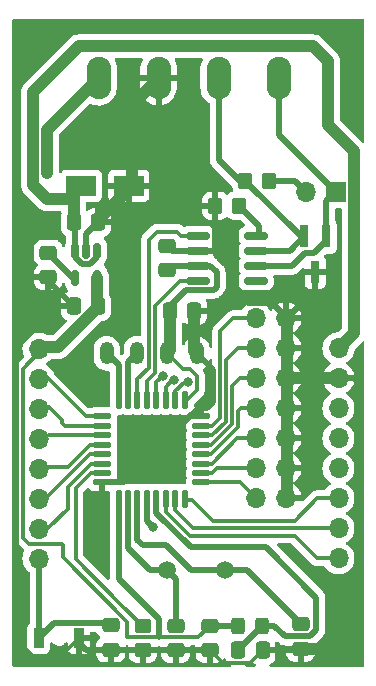
<source format=gbr>
G04 #@! TF.GenerationSoftware,KiCad,Pcbnew,7.0.6*
G04 #@! TF.CreationDate,2023-08-02T00:38:46+02:00*
G04 #@! TF.ProjectId,MCU_Board,4d43555f-426f-4617-9264-2e6b69636164,rev?*
G04 #@! TF.SameCoordinates,Original*
G04 #@! TF.FileFunction,Copper,L1,Top*
G04 #@! TF.FilePolarity,Positive*
%FSLAX46Y46*%
G04 Gerber Fmt 4.6, Leading zero omitted, Abs format (unit mm)*
G04 Created by KiCad (PCBNEW 7.0.6) date 2023-08-02 00:38:46*
%MOMM*%
%LPD*%
G01*
G04 APERTURE LIST*
G04 Aperture macros list*
%AMRoundRect*
0 Rectangle with rounded corners*
0 $1 Rounding radius*
0 $2 $3 $4 $5 $6 $7 $8 $9 X,Y pos of 4 corners*
0 Add a 4 corners polygon primitive as box body*
4,1,4,$2,$3,$4,$5,$6,$7,$8,$9,$2,$3,0*
0 Add four circle primitives for the rounded corners*
1,1,$1+$1,$2,$3*
1,1,$1+$1,$4,$5*
1,1,$1+$1,$6,$7*
1,1,$1+$1,$8,$9*
0 Add four rect primitives between the rounded corners*
20,1,$1+$1,$2,$3,$4,$5,0*
20,1,$1+$1,$4,$5,$6,$7,0*
20,1,$1+$1,$6,$7,$8,$9,0*
20,1,$1+$1,$8,$9,$2,$3,0*%
G04 Aperture macros list end*
G04 #@! TA.AperFunction,SMDPad,CuDef*
%ADD10RoundRect,0.250000X-0.475000X0.337500X-0.475000X-0.337500X0.475000X-0.337500X0.475000X0.337500X0*%
G04 #@! TD*
G04 #@! TA.AperFunction,SMDPad,CuDef*
%ADD11RoundRect,0.250000X-0.337500X-0.475000X0.337500X-0.475000X0.337500X0.475000X-0.337500X0.475000X0*%
G04 #@! TD*
G04 #@! TA.AperFunction,SMDPad,CuDef*
%ADD12RoundRect,0.250000X0.325000X0.450000X-0.325000X0.450000X-0.325000X-0.450000X0.325000X-0.450000X0*%
G04 #@! TD*
G04 #@! TA.AperFunction,ComponentPad*
%ADD13O,1.200000X1.900000*%
G04 #@! TD*
G04 #@! TA.AperFunction,SMDPad,CuDef*
%ADD14RoundRect,0.250000X-0.450000X0.350000X-0.450000X-0.350000X0.450000X-0.350000X0.450000X0.350000X0*%
G04 #@! TD*
G04 #@! TA.AperFunction,SMDPad,CuDef*
%ADD15RoundRect,0.250000X-0.350000X-0.450000X0.350000X-0.450000X0.350000X0.450000X-0.350000X0.450000X0*%
G04 #@! TD*
G04 #@! TA.AperFunction,SMDPad,CuDef*
%ADD16RoundRect,0.125000X0.125000X-0.625000X0.125000X0.625000X-0.125000X0.625000X-0.125000X-0.625000X0*%
G04 #@! TD*
G04 #@! TA.AperFunction,SMDPad,CuDef*
%ADD17RoundRect,0.125000X0.625000X-0.125000X0.625000X0.125000X-0.625000X0.125000X-0.625000X-0.125000X0*%
G04 #@! TD*
G04 #@! TA.AperFunction,SMDPad,CuDef*
%ADD18RoundRect,0.150000X-0.825000X-0.150000X0.825000X-0.150000X0.825000X0.150000X-0.825000X0.150000X0*%
G04 #@! TD*
G04 #@! TA.AperFunction,ComponentPad*
%ADD19C,1.500000*%
G04 #@! TD*
G04 #@! TA.AperFunction,ComponentPad*
%ADD20O,1.700000X1.700000*%
G04 #@! TD*
G04 #@! TA.AperFunction,SMDPad,CuDef*
%ADD21R,0.900000X1.700000*%
G04 #@! TD*
G04 #@! TA.AperFunction,ComponentPad*
%ADD22O,2.080000X3.600000*%
G04 #@! TD*
G04 #@! TA.AperFunction,SMDPad,CuDef*
%ADD23R,0.800000X1.900000*%
G04 #@! TD*
G04 #@! TA.AperFunction,SMDPad,CuDef*
%ADD24R,2.500000X1.700000*%
G04 #@! TD*
G04 #@! TA.AperFunction,SMDPad,CuDef*
%ADD25RoundRect,0.125000X0.125000X-0.125000X0.125000X0.125000X-0.125000X0.125000X-0.125000X-0.125000X0*%
G04 #@! TD*
G04 #@! TA.AperFunction,ComponentPad*
%ADD26R,1.700000X1.700000*%
G04 #@! TD*
G04 #@! TA.AperFunction,SMDPad,CuDef*
%ADD27RoundRect,0.150000X-0.150000X0.512500X-0.150000X-0.512500X0.150000X-0.512500X0.150000X0.512500X0*%
G04 #@! TD*
G04 #@! TA.AperFunction,ViaPad*
%ADD28C,0.800000*%
G04 #@! TD*
G04 #@! TA.AperFunction,Conductor*
%ADD29C,0.300000*%
G04 #@! TD*
G04 #@! TA.AperFunction,Conductor*
%ADD30C,0.500000*%
G04 #@! TD*
G04 #@! TA.AperFunction,Conductor*
%ADD31C,1.000000*%
G04 #@! TD*
G04 #@! TA.AperFunction,Conductor*
%ADD32C,0.250000*%
G04 #@! TD*
G04 APERTURE END LIST*
D10*
X74700000Y-150400000D03*
X74700000Y-152475000D03*
D11*
X71564500Y-116292000D03*
X73639500Y-116292000D03*
D10*
X69400000Y-118862500D03*
X69400000Y-120937500D03*
D11*
X79692500Y-123785000D03*
X81767500Y-123785000D03*
D10*
X83100000Y-150462500D03*
X83100000Y-152537500D03*
D11*
X85474500Y-152522499D03*
X87549500Y-152522499D03*
D12*
X87537000Y-150447097D03*
X85487000Y-150447097D03*
D13*
X81967402Y-127393402D03*
X79427402Y-127393402D03*
X76887402Y-127393402D03*
X74347402Y-127393402D03*
D14*
X77400000Y-150500000D03*
X77400000Y-152500000D03*
D15*
X83540000Y-114895000D03*
X85540000Y-114895000D03*
X86100000Y-112800000D03*
X88100000Y-112800000D03*
D16*
X75357402Y-139696402D03*
X76157402Y-139696402D03*
X76957402Y-139696402D03*
X77757402Y-139696402D03*
X78557402Y-139696402D03*
X79357402Y-139696402D03*
X80157402Y-139696402D03*
X80957402Y-139696402D03*
D17*
X82332402Y-138321402D03*
X82332402Y-137521402D03*
X82332402Y-136721402D03*
X82332402Y-135921402D03*
X82332402Y-135121402D03*
X82332402Y-134321402D03*
X82332402Y-133521402D03*
X82332402Y-132721402D03*
D16*
X80957402Y-131346402D03*
X80157402Y-131346402D03*
X79357402Y-131346402D03*
X78557402Y-131346402D03*
X77757402Y-131346402D03*
X76957402Y-131346402D03*
X76157402Y-131346402D03*
X75357402Y-131346402D03*
D17*
X73982402Y-132721402D03*
X73982402Y-133521402D03*
X73982402Y-134321402D03*
X73982402Y-135121402D03*
X73982402Y-135921402D03*
X73982402Y-136721402D03*
X73982402Y-137521402D03*
X73982402Y-138321402D03*
D18*
X82065000Y-117435000D03*
X82065000Y-118705000D03*
X82065000Y-119975000D03*
X82065000Y-121245000D03*
X87015000Y-121245000D03*
X87015000Y-119975000D03*
X87015000Y-118705000D03*
X87015000Y-117435000D03*
D10*
X80200000Y-150462500D03*
X80200000Y-152537500D03*
X90763000Y-150328000D03*
X90763000Y-152403000D03*
D19*
X79460000Y-145756000D03*
X84360000Y-145756000D03*
D20*
X68580000Y-127000000D03*
X68580000Y-129540000D03*
X68580000Y-132080000D03*
X68580000Y-134620000D03*
X68580000Y-137160000D03*
X68580000Y-139700000D03*
X68580000Y-142240000D03*
X68580000Y-144780000D03*
X93980000Y-126960000D03*
X93980000Y-129500000D03*
X93980000Y-132040000D03*
X93980000Y-134580000D03*
X93980000Y-137120000D03*
X93980000Y-139660000D03*
X93980000Y-142200000D03*
X93980000Y-144740000D03*
D21*
X72000000Y-151500000D03*
X68600000Y-151500000D03*
D10*
X79460000Y-118302500D03*
X79460000Y-120377500D03*
D22*
X88910000Y-104100000D03*
X83830000Y-104100000D03*
X78750000Y-104100000D03*
X73670000Y-104100000D03*
D11*
X71564500Y-123404000D03*
X73639500Y-123404000D03*
D23*
X92950000Y-117500000D03*
X91050000Y-117500000D03*
X92000000Y-120500000D03*
D24*
X76200000Y-113200000D03*
X72200000Y-113200000D03*
D25*
X69300000Y-114344000D03*
X69300000Y-112144000D03*
D26*
X93740000Y-113700000D03*
D20*
X91200000Y-113700000D03*
D27*
X73552000Y-118710500D03*
X72602000Y-118710500D03*
X71652000Y-118710500D03*
X71652000Y-120985500D03*
X73552000Y-120985500D03*
D20*
X86960000Y-124420000D03*
X89500000Y-124420000D03*
X86960000Y-126960000D03*
X89500000Y-126960000D03*
X86960000Y-129500000D03*
X89500000Y-129500000D03*
X86960000Y-132040000D03*
X89500000Y-132040000D03*
X86960000Y-134580000D03*
X89500000Y-134580000D03*
X86960000Y-137120000D03*
X89500000Y-137120000D03*
X86960000Y-139660000D03*
X89500000Y-139660000D03*
D28*
X78300000Y-142100000D03*
X81200000Y-129800000D03*
X80085689Y-129628545D03*
X79137419Y-129312651D03*
D29*
X70248804Y-123404000D02*
X71564500Y-123404000D01*
D30*
X90763000Y-152403000D02*
X92117000Y-152403000D01*
X75807402Y-138321402D02*
X73982402Y-138321402D01*
X89620000Y-124420000D02*
X88320000Y-123120000D01*
D31*
X89620000Y-129500000D02*
X89620000Y-126960000D01*
D30*
X92000000Y-122040000D02*
X92000000Y-120500000D01*
D29*
X70400000Y-153100000D02*
X68200000Y-153100000D01*
D30*
X86320000Y-123120000D02*
X84800000Y-121600000D01*
D32*
X83535000Y-118705000D02*
X83540000Y-118700000D01*
D31*
X81755000Y-127181000D02*
X81967402Y-127393402D01*
D30*
X81840000Y-118705000D02*
X82455002Y-118705000D01*
D29*
X86471999Y-153600000D02*
X84162500Y-153600000D01*
D31*
X93980000Y-129500000D02*
X89500000Y-129500000D01*
D30*
X92117000Y-152403000D02*
X95500000Y-149020000D01*
D29*
X77400000Y-152500000D02*
X74725000Y-152500000D01*
D30*
X72602000Y-118710500D02*
X72602000Y-117329500D01*
D29*
X72000000Y-151500000D02*
X70400000Y-153100000D01*
D30*
X79850000Y-118705000D02*
X79460000Y-118315000D01*
D31*
X91840502Y-152403000D02*
X90763000Y-152403000D01*
D30*
X84800000Y-121600000D02*
X84800000Y-120200000D01*
D31*
X89620000Y-134580000D02*
X89620000Y-132040000D01*
D30*
X72602000Y-117329500D02*
X73639500Y-116292000D01*
D29*
X68200000Y-153100000D02*
X66750000Y-151650000D01*
D30*
X81407402Y-132721402D02*
X82407402Y-132721402D01*
X82127804Y-132001000D02*
X82860082Y-132001000D01*
D31*
X76495000Y-106355000D02*
X78750000Y-104100000D01*
D30*
X95500000Y-129750000D02*
X95250000Y-129500000D01*
X89620000Y-124420000D02*
X92000000Y-122040000D01*
X81840000Y-118705000D02*
X79850000Y-118705000D01*
X95500000Y-149020000D02*
X95500000Y-129750000D01*
X82860082Y-132001000D02*
X83358000Y-131503082D01*
X83358000Y-128784000D02*
X81967402Y-127393402D01*
D31*
X89620000Y-126960000D02*
X89620000Y-124420000D01*
X73639500Y-116099500D02*
X76495000Y-113244000D01*
D30*
X95250000Y-129500000D02*
X93980000Y-129500000D01*
D32*
X82065000Y-118705000D02*
X83535000Y-118705000D01*
D31*
X89620000Y-132040000D02*
X89620000Y-129500000D01*
D29*
X80200000Y-152537500D02*
X77437500Y-152537500D01*
D30*
X81407402Y-132721402D02*
X82127804Y-132001000D01*
X83540000Y-118940000D02*
X83540000Y-118700000D01*
D31*
X89620000Y-137120000D02*
X89620000Y-134580000D01*
D29*
X66750000Y-151650000D02*
X66750000Y-126902804D01*
D31*
X81755000Y-123785000D02*
X81755000Y-127181000D01*
D29*
X66750000Y-126902804D02*
X70248804Y-123404000D01*
D30*
X83358000Y-131503082D02*
X83358000Y-128784000D01*
X84800000Y-120200000D02*
X83540000Y-118940000D01*
D29*
X83100000Y-152537500D02*
X80200000Y-152537500D01*
X86471999Y-153600000D02*
X87549500Y-152522499D01*
D30*
X83540000Y-114895000D02*
X83540000Y-118700000D01*
X69400000Y-121239500D02*
X71564500Y-123404000D01*
D31*
X89620000Y-139660000D02*
X89620000Y-137120000D01*
D30*
X81407402Y-132721402D02*
X75807402Y-138321402D01*
X83515000Y-117645002D02*
X83515000Y-114920000D01*
X72000000Y-151900000D02*
X72575000Y-152475000D01*
X88320000Y-123120000D02*
X86320000Y-123120000D01*
X72575000Y-152475000D02*
X74700000Y-152475000D01*
X87549500Y-152522499D02*
X90643501Y-152522499D01*
D29*
X84162500Y-153600000D02*
X83100000Y-152537500D01*
D31*
X76495000Y-113244000D02*
X76495000Y-106355000D01*
D30*
X69901472Y-150198528D02*
X68600000Y-151500000D01*
X77757402Y-139771402D02*
X77757402Y-141557402D01*
X68600000Y-151500000D02*
X68600000Y-145332804D01*
X74498528Y-150198528D02*
X69901472Y-150198528D01*
X77757402Y-141557402D02*
X78300000Y-142100000D01*
X71652000Y-119271528D02*
X72228472Y-119848000D01*
D31*
X71564500Y-116292000D02*
X71564500Y-113944500D01*
X69300000Y-114344000D02*
X68100000Y-113144000D01*
X93100000Y-102680000D02*
X93100000Y-108100000D01*
X68100000Y-113144000D02*
X68100000Y-105300000D01*
X69300000Y-114344000D02*
X71165000Y-114344000D01*
D30*
X72975528Y-119848000D02*
X73552000Y-119271528D01*
D31*
X71165000Y-114344000D02*
X72265000Y-113244000D01*
X72000000Y-101400000D02*
X91820000Y-101400000D01*
X91820000Y-101400000D02*
X93100000Y-102680000D01*
D30*
X73552000Y-119271528D02*
X73552000Y-118710500D01*
D31*
X71564500Y-113944500D02*
X72265000Y-113244000D01*
X93100000Y-108100000D02*
X95290000Y-110290000D01*
D30*
X71652000Y-118710500D02*
X71652000Y-119271528D01*
D31*
X95290000Y-110290000D02*
X95290000Y-125650000D01*
X95290000Y-125650000D02*
X93980000Y-126960000D01*
X68100000Y-105300000D02*
X72000000Y-101400000D01*
D30*
X71652000Y-118710500D02*
X71652000Y-116379500D01*
X72228472Y-119848000D02*
X72975528Y-119848000D01*
D29*
X80777402Y-128743402D02*
X79427402Y-127393402D01*
D31*
X73552000Y-120985500D02*
X73552000Y-123316500D01*
D30*
X85487000Y-150447097D02*
X83115403Y-150447097D01*
X79850000Y-119975000D02*
X79460000Y-120365000D01*
D29*
X67750000Y-143500000D02*
X67250000Y-143000000D01*
X70532002Y-143500000D02*
X67750000Y-143500000D01*
X67250000Y-143000000D02*
X67250000Y-128702804D01*
X67250000Y-128702804D02*
X69067402Y-126885402D01*
D30*
X81840000Y-119975000D02*
X79850000Y-119975000D01*
X78800000Y-149900000D02*
X78800000Y-151450000D01*
D29*
X78800000Y-151450000D02*
X76100000Y-151450000D01*
D30*
X83651000Y-121753000D02*
X83651000Y-120511000D01*
X75357402Y-146457402D02*
X78800000Y-149900000D01*
D31*
X79705000Y-123785000D02*
X79705000Y-127115804D01*
D29*
X76100000Y-150138972D02*
X70617403Y-144656375D01*
X82000000Y-129300000D02*
X81443402Y-128743402D01*
X80957402Y-131271402D02*
X81228598Y-131271402D01*
D31*
X70239101Y-126885402D02*
X69267402Y-126885402D01*
D29*
X76100000Y-151450000D02*
X76100000Y-150138972D01*
D30*
X75357402Y-139771402D02*
X75357402Y-146457402D01*
D31*
X79705000Y-127115804D02*
X79427402Y-127393402D01*
D29*
X81443402Y-128743402D02*
X80777402Y-128743402D01*
X81228598Y-131271402D02*
X82000000Y-130500000D01*
X70617403Y-143585401D02*
X70532002Y-143500000D01*
D30*
X81047944Y-121995000D02*
X83409000Y-121995000D01*
X83409000Y-121995000D02*
X83651000Y-121753000D01*
X83651000Y-120511000D02*
X83115000Y-119975000D01*
D31*
X73639500Y-123485003D02*
X70239101Y-126885402D01*
D30*
X79692500Y-123350444D02*
X81047944Y-121995000D01*
D29*
X78800000Y-151450000D02*
X82112500Y-151450000D01*
X82112500Y-151450000D02*
X83100000Y-150462500D01*
X82000000Y-130500000D02*
X82000000Y-129300000D01*
D30*
X83115000Y-119975000D02*
X81840000Y-119975000D01*
D29*
X70617403Y-144656375D02*
X70617403Y-143585401D01*
D30*
X88547097Y-150447097D02*
X89465500Y-151365500D01*
X87537000Y-150447097D02*
X88547097Y-150447097D01*
X85474500Y-152509597D02*
X87537000Y-150447097D01*
X92100000Y-148100000D02*
X87800000Y-143800000D01*
X91534500Y-151365500D02*
X92100000Y-150800000D01*
X92100000Y-150800000D02*
X92100000Y-148100000D01*
X87800000Y-143800000D02*
X81481472Y-143800000D01*
X78557402Y-140875930D02*
X78557402Y-139771402D01*
X89465500Y-151365500D02*
X91534500Y-151365500D01*
X81481472Y-143800000D02*
X78557402Y-140875930D01*
X75357402Y-128403402D02*
X74347402Y-127393402D01*
X75357402Y-131271402D02*
X75357402Y-128403402D01*
X76157402Y-131271402D02*
X76157402Y-128123402D01*
X76157402Y-128123402D02*
X76887402Y-127393402D01*
D29*
X73907402Y-132721402D02*
X72563402Y-132721402D01*
X72563402Y-132721402D02*
X69267402Y-129425402D01*
X73007402Y-136721402D02*
X72823402Y-136905402D01*
X72823402Y-136905402D02*
X72823402Y-136918402D01*
X73907402Y-136721402D02*
X73007402Y-136721402D01*
X71045402Y-140547402D02*
X69467402Y-142125402D01*
X71045402Y-138696402D02*
X71045402Y-140547402D01*
X72823402Y-136918402D02*
X71045402Y-138696402D01*
X72931402Y-135921402D02*
X69267402Y-139585402D01*
X73907402Y-135921402D02*
X72931402Y-135921402D01*
X72969402Y-135121402D02*
X71045402Y-137045402D01*
X73907402Y-135121402D02*
X72969402Y-135121402D01*
X71045402Y-137045402D02*
X69267402Y-137045402D01*
X73907402Y-134321402D02*
X69451402Y-134321402D01*
X73907402Y-133521402D02*
X70823402Y-133521402D01*
X70567402Y-133265402D02*
X70567402Y-133065402D01*
X70567402Y-133065402D02*
X69467402Y-131965402D01*
X70823402Y-133521402D02*
X70567402Y-133265402D01*
X79357402Y-139771402D02*
X79357402Y-140827402D01*
X92160000Y-144740000D02*
X94700000Y-144740000D01*
X90255000Y-142835000D02*
X92160000Y-144740000D01*
X81365000Y-142835000D02*
X90255000Y-142835000D01*
X79357402Y-140827402D02*
X81365000Y-142835000D01*
X80157402Y-140671402D02*
X81686000Y-142200000D01*
X81686000Y-142200000D02*
X94700000Y-142200000D01*
X80157402Y-139771402D02*
X80157402Y-140671402D01*
X81557402Y-139771402D02*
X83351000Y-141565000D01*
X90255000Y-141565000D02*
X92160000Y-139660000D01*
X80957402Y-139771402D02*
X81557402Y-139771402D01*
X83351000Y-141565000D02*
X90255000Y-141565000D01*
X92160000Y-139660000D02*
X94700000Y-139660000D01*
X80157402Y-130617493D02*
X80974895Y-129800000D01*
X80157402Y-131271402D02*
X80157402Y-130617493D01*
X80974895Y-129800000D02*
X81200000Y-129800000D01*
X79357402Y-130242598D02*
X80000000Y-129600000D01*
X80000000Y-129600000D02*
X80028545Y-129628545D01*
X79357402Y-131271402D02*
X79357402Y-130242598D01*
X80028545Y-129628545D02*
X80085689Y-129628545D01*
X78557402Y-129842598D02*
X79100000Y-129300000D01*
X79112651Y-129312651D02*
X79137419Y-129312651D01*
X79100000Y-129300000D02*
X79112651Y-129312651D01*
X78557402Y-131271402D02*
X78557402Y-129842598D01*
X85080000Y-124420000D02*
X86960000Y-124420000D01*
X82407402Y-133521402D02*
X83307402Y-133521402D01*
X83958000Y-132870804D02*
X83958000Y-125542000D01*
X83307402Y-133521402D02*
X83958000Y-132870804D01*
X83958000Y-125542000D02*
X85080000Y-124420000D01*
X84458000Y-133170804D02*
X84458000Y-127942000D01*
X82407402Y-134321402D02*
X83307402Y-134321402D01*
X83307402Y-134321402D02*
X84458000Y-133170804D01*
X84458000Y-127942000D02*
X85440000Y-126960000D01*
X85440000Y-126960000D02*
X86960000Y-126960000D01*
X82407402Y-135121402D02*
X83214508Y-135121402D01*
X83214508Y-135121402D02*
X84958000Y-133377911D01*
X84958000Y-130142000D02*
X85600000Y-129500000D01*
X84958000Y-133377911D02*
X84958000Y-130142000D01*
X85600000Y-129500000D02*
X86960000Y-129500000D01*
X85500000Y-133600000D02*
X85500000Y-132300000D01*
X85760000Y-132040000D02*
X86960000Y-132040000D01*
X82407402Y-135921402D02*
X83178598Y-135921402D01*
X85500000Y-132300000D02*
X85760000Y-132040000D01*
X83178598Y-135921402D02*
X85500000Y-133600000D01*
X82407402Y-136721402D02*
X83278598Y-136721402D01*
X83278598Y-136721402D02*
X85420000Y-134580000D01*
X85420000Y-134580000D02*
X86960000Y-134580000D01*
X82407402Y-137521402D02*
X83278598Y-137521402D01*
X83680000Y-137120000D02*
X86960000Y-137120000D01*
X83278598Y-137521402D02*
X83680000Y-137120000D01*
X82407402Y-138321402D02*
X85621402Y-138321402D01*
X85621402Y-138321402D02*
X86960000Y-139660000D01*
X77757402Y-129742598D02*
X78427401Y-129072599D01*
X78427401Y-123370505D02*
X80552906Y-121245000D01*
X77757402Y-131271402D02*
X77757402Y-129742598D01*
X78427401Y-129072599D02*
X78427401Y-123370505D01*
X80552906Y-121245000D02*
X81840000Y-121245000D01*
X76957402Y-129603404D02*
X77927391Y-128633415D01*
X76957402Y-131271402D02*
X76957402Y-129603404D01*
X78600000Y-117100000D02*
X80300000Y-117100000D01*
X80300000Y-117100000D02*
X80635000Y-117435000D01*
X77927391Y-128633415D02*
X77927391Y-117772609D01*
X80635000Y-117435000D02*
X81840000Y-117435000D01*
X77927391Y-117772609D02*
X78600000Y-117100000D01*
D30*
X76157402Y-139771402D02*
X76157401Y-143867614D01*
X78045787Y-145756000D02*
X79460000Y-145756000D01*
X76157401Y-143867614D02*
X78045787Y-145756000D01*
X80200000Y-150462500D02*
X80200000Y-146496000D01*
X80200000Y-146496000D02*
X79460000Y-145756000D01*
X76957402Y-139771402D02*
X76957402Y-143157402D01*
X77400000Y-143600000D02*
X79354610Y-143600000D01*
X81510610Y-145756000D02*
X84360000Y-145756000D01*
X86191000Y-145756000D02*
X90763000Y-150328000D01*
X76957402Y-143157402D02*
X77400000Y-143600000D01*
X79354610Y-143600000D02*
X81510610Y-145756000D01*
X84360000Y-145756000D02*
X86191000Y-145756000D01*
X71523000Y-120985500D02*
X69400000Y-118862500D01*
X71652000Y-120985500D02*
X71523000Y-120985500D01*
D31*
X69300000Y-112144000D02*
X69300000Y-108470000D01*
X69300000Y-108470000D02*
X73670000Y-104100000D01*
D30*
X90300000Y-112800000D02*
X91200000Y-113700000D01*
X88100000Y-112800000D02*
X90300000Y-112800000D01*
D29*
X73007402Y-137521402D02*
X71720401Y-138808403D01*
X71720401Y-138808403D02*
X71720401Y-144800000D01*
X75500000Y-148600000D02*
X77400000Y-150500000D01*
X75500000Y-148600000D02*
X75500000Y-148579599D01*
X73907402Y-137521402D02*
X73007402Y-137521402D01*
X75500000Y-148579599D02*
X71720401Y-144800000D01*
D30*
X87240000Y-117435000D02*
X87240000Y-116595000D01*
X87240000Y-116595000D02*
X85540000Y-114895000D01*
X93740000Y-113700000D02*
X88910000Y-108870000D01*
X87240000Y-119975000D02*
X90025000Y-119975000D01*
X90025000Y-119975000D02*
X91100000Y-118900000D01*
X92950000Y-114490000D02*
X93740000Y-113700000D01*
X92950000Y-117500000D02*
X92950000Y-114490000D01*
X91900000Y-118900000D02*
X92950000Y-117850000D01*
X91100000Y-118900000D02*
X91900000Y-118900000D01*
X88910000Y-108870000D02*
X88910000Y-104100000D01*
X91050000Y-117500000D02*
X90800000Y-117500000D01*
X87240000Y-118705000D02*
X89845000Y-118705000D01*
X83830000Y-111010000D02*
X83830000Y-104100000D01*
X86100000Y-112800000D02*
X85620000Y-112800000D01*
X85620000Y-112800000D02*
X83830000Y-111010000D01*
X90800000Y-117500000D02*
X86100000Y-112800000D01*
X89845000Y-118705000D02*
X91050000Y-117500000D01*
G04 #@! TA.AperFunction,Conductor*
G36*
X96117539Y-99095185D02*
G01*
X96163294Y-99147989D01*
X96174500Y-99199500D01*
X96174500Y-109448904D01*
X96154815Y-109515943D01*
X96102011Y-109561698D01*
X96032853Y-109571642D01*
X95969297Y-109542617D01*
X95962819Y-109536585D01*
X94144818Y-107718584D01*
X94111333Y-107657261D01*
X94108499Y-107630912D01*
X94108499Y-102732596D01*
X94108798Y-102726515D01*
X94110112Y-102713165D01*
X94113380Y-102680000D01*
X94093908Y-102482299D01*
X94036241Y-102292196D01*
X94036239Y-102292193D01*
X94036239Y-102292191D01*
X93942598Y-102117001D01*
X93942594Y-102116994D01*
X93897020Y-102061463D01*
X93816568Y-101963431D01*
X93780432Y-101933776D01*
X93775930Y-101929696D01*
X92570301Y-100724067D01*
X92566222Y-100719566D01*
X92536567Y-100683430D01*
X92383005Y-100557405D01*
X92382998Y-100557401D01*
X92207654Y-100463678D01*
X92206330Y-100463312D01*
X92017703Y-100406091D01*
X91885900Y-100393110D01*
X91820000Y-100386620D01*
X91819999Y-100386620D01*
X91773482Y-100391201D01*
X91767402Y-100391500D01*
X72052598Y-100391500D01*
X72046518Y-100391201D01*
X72000000Y-100386620D01*
X71802296Y-100406091D01*
X71656442Y-100450337D01*
X71612191Y-100463760D01*
X71437001Y-100557401D01*
X71436994Y-100557405D01*
X71283431Y-100683432D01*
X71253775Y-100719567D01*
X71249687Y-100724077D01*
X67424077Y-104549687D01*
X67419567Y-104553775D01*
X67383432Y-104583431D01*
X67257405Y-104736994D01*
X67257401Y-104737001D01*
X67163759Y-104912194D01*
X67106091Y-105102296D01*
X67086620Y-105300000D01*
X67091201Y-105346517D01*
X67091500Y-105352597D01*
X67091500Y-113091401D01*
X67091201Y-113097481D01*
X67086620Y-113143999D01*
X67106090Y-113341698D01*
X67159452Y-113517607D01*
X67163759Y-113531806D01*
X67257401Y-113706998D01*
X67257405Y-113707005D01*
X67383430Y-113860567D01*
X67419566Y-113890222D01*
X67424067Y-113894301D01*
X68549696Y-115019930D01*
X68553776Y-115024432D01*
X68583432Y-115060568D01*
X68707244Y-115162178D01*
X68736993Y-115186593D01*
X68737001Y-115186598D01*
X68912191Y-115280239D01*
X68912193Y-115280239D01*
X68912196Y-115280241D01*
X69102299Y-115337908D01*
X69102298Y-115337908D01*
X69120024Y-115339653D01*
X69300000Y-115357380D01*
X69333922Y-115354038D01*
X69346515Y-115352799D01*
X69352596Y-115352500D01*
X70410140Y-115352500D01*
X70477179Y-115372185D01*
X70522934Y-115424989D01*
X70532878Y-115494147D01*
X70527846Y-115515503D01*
X70479113Y-115662571D01*
X70468500Y-115766447D01*
X70468500Y-116817537D01*
X70468501Y-116817553D01*
X70478936Y-116919690D01*
X70479113Y-116921426D01*
X70534885Y-117089738D01*
X70627970Y-117240652D01*
X70753348Y-117366030D01*
X70834598Y-117416145D01*
X70881321Y-117468092D01*
X70893500Y-117521683D01*
X70893500Y-117914531D01*
X70888577Y-117949122D01*
X70865949Y-118027010D01*
X70846437Y-118094172D01*
X70843500Y-118131495D01*
X70843500Y-118267914D01*
X70823815Y-118334953D01*
X70771011Y-118380708D01*
X70701853Y-118390652D01*
X70638297Y-118361627D01*
X70601794Y-118306918D01*
X70596653Y-118291403D01*
X70567115Y-118202262D01*
X70474030Y-118051348D01*
X70348652Y-117925970D01*
X70223218Y-117848601D01*
X70197740Y-117832886D01*
X70197735Y-117832884D01*
X70029427Y-117777113D01*
X69925546Y-117766500D01*
X68874462Y-117766500D01*
X68874446Y-117766501D01*
X68770572Y-117777113D01*
X68602264Y-117832884D01*
X68602259Y-117832886D01*
X68451346Y-117925971D01*
X68325971Y-118051346D01*
X68232886Y-118202259D01*
X68232884Y-118202264D01*
X68177113Y-118370572D01*
X68166500Y-118474447D01*
X68166500Y-119250537D01*
X68166501Y-119250553D01*
X68177113Y-119354427D01*
X68220380Y-119485001D01*
X68232885Y-119522738D01*
X68325970Y-119673652D01*
X68451348Y-119799030D01*
X68452031Y-119799451D01*
X68452401Y-119799863D01*
X68457015Y-119803511D01*
X68456391Y-119804298D01*
X68498759Y-119851397D01*
X68509984Y-119920359D01*
X68482144Y-119984442D01*
X68461582Y-120002264D01*
X68462323Y-120003202D01*
X68456655Y-120007683D01*
X68332684Y-120131654D01*
X68240643Y-120280875D01*
X68240641Y-120280880D01*
X68185494Y-120447302D01*
X68185493Y-120447309D01*
X68175000Y-120550013D01*
X68175000Y-120687500D01*
X69526000Y-120687500D01*
X69593039Y-120707185D01*
X69638794Y-120759989D01*
X69650000Y-120811500D01*
X69650000Y-122024999D01*
X69924972Y-122024999D01*
X69924986Y-122024998D01*
X70027697Y-122014505D01*
X70194119Y-121959358D01*
X70194124Y-121959356D01*
X70343345Y-121867315D01*
X70467315Y-121743345D01*
X70559356Y-121594124D01*
X70559358Y-121594119D01*
X70601794Y-121466057D01*
X70641566Y-121408612D01*
X70706082Y-121381789D01*
X70774858Y-121394104D01*
X70826058Y-121441647D01*
X70843500Y-121505061D01*
X70843500Y-121564505D01*
X70846437Y-121601829D01*
X70846438Y-121601835D01*
X70892853Y-121761596D01*
X70892855Y-121761601D01*
X70977544Y-121904803D01*
X70977551Y-121904812D01*
X71073306Y-122000567D01*
X71106791Y-122061890D01*
X71101807Y-122131582D01*
X71059935Y-122187515D01*
X71024630Y-122205954D01*
X70907878Y-122244642D01*
X70907875Y-122244643D01*
X70758654Y-122336684D01*
X70634684Y-122460654D01*
X70542643Y-122609875D01*
X70542641Y-122609880D01*
X70487494Y-122776302D01*
X70487493Y-122776309D01*
X70477000Y-122879013D01*
X70477000Y-123154000D01*
X71690500Y-123154000D01*
X71757539Y-123173685D01*
X71803294Y-123226489D01*
X71814500Y-123278000D01*
X71814500Y-123530000D01*
X71794815Y-123597039D01*
X71742011Y-123642794D01*
X71690500Y-123654000D01*
X70477001Y-123654000D01*
X70477001Y-123928986D01*
X70487494Y-124031697D01*
X70542641Y-124198119D01*
X70542643Y-124198124D01*
X70634684Y-124347345D01*
X70758654Y-124471315D01*
X70914025Y-124567149D01*
X70912429Y-124569735D01*
X70954596Y-124606801D01*
X70973804Y-124673978D01*
X70953643Y-124740876D01*
X70937488Y-124760778D01*
X69857686Y-125840583D01*
X69796363Y-125874068D01*
X69770005Y-125876902D01*
X69390183Y-125876902D01*
X69331019Y-125859529D01*
X69330087Y-125861252D01*
X69127580Y-125751661D01*
X69127577Y-125751659D01*
X69127574Y-125751658D01*
X69127571Y-125751657D01*
X69127569Y-125751656D01*
X68914637Y-125678556D01*
X68692569Y-125641500D01*
X68467431Y-125641500D01*
X68245362Y-125678556D01*
X68032430Y-125751656D01*
X68032419Y-125751661D01*
X67834427Y-125858808D01*
X67834422Y-125858812D01*
X67656761Y-125997092D01*
X67656756Y-125997097D01*
X67504284Y-126162723D01*
X67504276Y-126162734D01*
X67381140Y-126351207D01*
X67290703Y-126557385D01*
X67235436Y-126775628D01*
X67235434Y-126775640D01*
X67216844Y-126999994D01*
X67216844Y-127000005D01*
X67235434Y-127224359D01*
X67235436Y-127224371D01*
X67290703Y-127442614D01*
X67290705Y-127442619D01*
X67344550Y-127565377D01*
X67353453Y-127634677D01*
X67323475Y-127697789D01*
X67318675Y-127702867D01*
X66845453Y-128176089D01*
X66832785Y-128186239D01*
X66832931Y-128186415D01*
X66826920Y-128191387D01*
X66777053Y-128244490D01*
X66755072Y-128266471D01*
X66750492Y-128272373D01*
X66746708Y-128276802D01*
X66713029Y-128312669D01*
X66713024Y-128312676D01*
X66702618Y-128331604D01*
X66691942Y-128347858D01*
X66678695Y-128364937D01*
X66659150Y-128410101D01*
X66656580Y-128415347D01*
X66632876Y-128458465D01*
X66627502Y-128479393D01*
X66621203Y-128497791D01*
X66612619Y-128517628D01*
X66604922Y-128566226D01*
X66603738Y-128571946D01*
X66591501Y-128619608D01*
X66591499Y-128619622D01*
X66591499Y-128641225D01*
X66589973Y-128660613D01*
X66586594Y-128681952D01*
X66586593Y-128681959D01*
X66591224Y-128730949D01*
X66591499Y-128736785D01*
X66591500Y-142913609D01*
X66589718Y-142929746D01*
X66589946Y-142929768D01*
X66589211Y-142937534D01*
X66591500Y-143010342D01*
X66591500Y-143041434D01*
X66592433Y-143048829D01*
X66592891Y-143054647D01*
X66594437Y-143103829D01*
X66594438Y-143103832D01*
X66600464Y-143124577D01*
X66604407Y-143143618D01*
X66607116Y-143165053D01*
X66607117Y-143165057D01*
X66607118Y-143165064D01*
X66623284Y-143205897D01*
X66625234Y-143210822D01*
X66627125Y-143216348D01*
X66640854Y-143263598D01*
X66651850Y-143282191D01*
X66660410Y-143299665D01*
X66668363Y-143319754D01*
X66697289Y-143359565D01*
X66700490Y-143364437D01*
X66725547Y-143406807D01*
X66725551Y-143406811D01*
X66740821Y-143422081D01*
X66753458Y-143436876D01*
X66766159Y-143454357D01*
X66804072Y-143485721D01*
X66808383Y-143489643D01*
X67023921Y-143705181D01*
X67223280Y-143904540D01*
X67233430Y-143917208D01*
X67233606Y-143917064D01*
X67238580Y-143923076D01*
X67291685Y-143972946D01*
X67313662Y-143994923D01*
X67319550Y-143999491D01*
X67323993Y-144003285D01*
X67340345Y-144018640D01*
X67375740Y-144078880D01*
X67372948Y-144148694D01*
X67369018Y-144158842D01*
X67290705Y-144337381D01*
X67290703Y-144337385D01*
X67235436Y-144555628D01*
X67235434Y-144555640D01*
X67216844Y-144779994D01*
X67216844Y-144780005D01*
X67235434Y-145004359D01*
X67235436Y-145004371D01*
X67290703Y-145222614D01*
X67381140Y-145428792D01*
X67504276Y-145617265D01*
X67504284Y-145617276D01*
X67656756Y-145782902D01*
X67656760Y-145782906D01*
X67793250Y-145889142D01*
X67793663Y-145889463D01*
X67834476Y-145946174D01*
X67841500Y-145987316D01*
X67841500Y-150183675D01*
X67821815Y-150250714D01*
X67791815Y-150282939D01*
X67786740Y-150286738D01*
X67699111Y-150403795D01*
X67648011Y-150540795D01*
X67648011Y-150540797D01*
X67641500Y-150601345D01*
X67641500Y-152398654D01*
X67648011Y-152459202D01*
X67648011Y-152459204D01*
X67697575Y-152592086D01*
X67699111Y-152596204D01*
X67786739Y-152713261D01*
X67903796Y-152800889D01*
X68018297Y-152843596D01*
X68035463Y-152849999D01*
X68040799Y-152851989D01*
X68068050Y-152854918D01*
X68101345Y-152858499D01*
X68101362Y-152858500D01*
X69098638Y-152858500D01*
X69098654Y-152858499D01*
X69125692Y-152855591D01*
X69159201Y-152851989D01*
X69164537Y-152849999D01*
X69181703Y-152843596D01*
X69296204Y-152800889D01*
X69413261Y-152713261D01*
X69500889Y-152596204D01*
X69551989Y-152459201D01*
X69555591Y-152425692D01*
X69558499Y-152398654D01*
X69558500Y-152398637D01*
X69558500Y-151972404D01*
X69578185Y-151905365D01*
X69630989Y-151859610D01*
X69700147Y-151849666D01*
X69763703Y-151878691D01*
X69787194Y-151905959D01*
X69794798Y-151917940D01*
X69794799Y-151917941D01*
X69794800Y-151917942D01*
X69914603Y-152030445D01*
X69914611Y-152030451D01*
X70058628Y-152109625D01*
X70058632Y-152109627D01*
X70217823Y-152150500D01*
X70217827Y-152150500D01*
X70340923Y-152150500D01*
X70340925Y-152150500D01*
X70340930Y-152150499D01*
X70340934Y-152150499D01*
X70354174Y-152148826D01*
X70463058Y-152135071D01*
X70615871Y-152074568D01*
X70637099Y-152059145D01*
X70748835Y-151977965D01*
X70748837Y-151977963D01*
X70765069Y-151958342D01*
X70830456Y-151879301D01*
X70888355Y-151840194D01*
X70958207Y-151838598D01*
X71017833Y-151875019D01*
X71048303Y-151937895D01*
X71050000Y-151958342D01*
X71050000Y-152397844D01*
X71056401Y-152457372D01*
X71056403Y-152457379D01*
X71106645Y-152592086D01*
X71106649Y-152592093D01*
X71192809Y-152707187D01*
X71192812Y-152707190D01*
X71307906Y-152793350D01*
X71307913Y-152793354D01*
X71442620Y-152843596D01*
X71442627Y-152843598D01*
X71502155Y-152849999D01*
X71502172Y-152850000D01*
X71750000Y-152850000D01*
X71750000Y-151750000D01*
X72250000Y-151750000D01*
X72250000Y-152850000D01*
X72497828Y-152850000D01*
X72497844Y-152849999D01*
X72557372Y-152843598D01*
X72557379Y-152843596D01*
X72692086Y-152793354D01*
X72692093Y-152793350D01*
X72783396Y-152725000D01*
X73475001Y-152725000D01*
X73475001Y-152862486D01*
X73485494Y-152965197D01*
X73540641Y-153131619D01*
X73540643Y-153131624D01*
X73632684Y-153280845D01*
X73756654Y-153404815D01*
X73905875Y-153496856D01*
X73905880Y-153496858D01*
X74072302Y-153552005D01*
X74072309Y-153552006D01*
X74175019Y-153562499D01*
X74449999Y-153562499D01*
X74450000Y-153562498D01*
X74450000Y-152725000D01*
X74950000Y-152725000D01*
X74950000Y-153562499D01*
X75224972Y-153562499D01*
X75224986Y-153562498D01*
X75327697Y-153552005D01*
X75494119Y-153496858D01*
X75494124Y-153496856D01*
X75643345Y-153404815D01*
X75767315Y-153280845D01*
X75859356Y-153131624D01*
X75859358Y-153131619D01*
X75914505Y-152965197D01*
X75914506Y-152965190D01*
X75924999Y-152862486D01*
X75925000Y-152862473D01*
X75925000Y-152750000D01*
X76200001Y-152750000D01*
X76200001Y-152899986D01*
X76210494Y-153002697D01*
X76265641Y-153169119D01*
X76265643Y-153169124D01*
X76357684Y-153318345D01*
X76481654Y-153442315D01*
X76630875Y-153534356D01*
X76630880Y-153534358D01*
X76797302Y-153589505D01*
X76797309Y-153589506D01*
X76900019Y-153599999D01*
X77149999Y-153599999D01*
X77150000Y-153599998D01*
X77150000Y-152750000D01*
X77650000Y-152750000D01*
X77650000Y-153599999D01*
X77899972Y-153599999D01*
X77899986Y-153599998D01*
X78002697Y-153589505D01*
X78169119Y-153534358D01*
X78169124Y-153534356D01*
X78318345Y-153442315D01*
X78442315Y-153318345D01*
X78534356Y-153169124D01*
X78534358Y-153169119D01*
X78589505Y-153002697D01*
X78589506Y-153002690D01*
X78599999Y-152899986D01*
X78600000Y-152899973D01*
X78600000Y-152787500D01*
X78975001Y-152787500D01*
X78975001Y-152924986D01*
X78985494Y-153027697D01*
X79040641Y-153194119D01*
X79040643Y-153194124D01*
X79132684Y-153343345D01*
X79256654Y-153467315D01*
X79405875Y-153559356D01*
X79405880Y-153559358D01*
X79572302Y-153614505D01*
X79572309Y-153614506D01*
X79675019Y-153624999D01*
X79949999Y-153624999D01*
X79950000Y-153624998D01*
X79950000Y-152787500D01*
X80450000Y-152787500D01*
X80450000Y-153624999D01*
X80724972Y-153624999D01*
X80724986Y-153624998D01*
X80827697Y-153614505D01*
X80994119Y-153559358D01*
X80994124Y-153559356D01*
X81143345Y-153467315D01*
X81267315Y-153343345D01*
X81359356Y-153194124D01*
X81359358Y-153194119D01*
X81414505Y-153027697D01*
X81414506Y-153027690D01*
X81424999Y-152924986D01*
X81425000Y-152924973D01*
X81425000Y-152787500D01*
X81875001Y-152787500D01*
X81875001Y-152924986D01*
X81885494Y-153027697D01*
X81940641Y-153194119D01*
X81940643Y-153194124D01*
X82032684Y-153343345D01*
X82156654Y-153467315D01*
X82305875Y-153559356D01*
X82305880Y-153559358D01*
X82472302Y-153614505D01*
X82472309Y-153614506D01*
X82575019Y-153624999D01*
X82849999Y-153624999D01*
X82850000Y-153624998D01*
X82850000Y-152787500D01*
X81875001Y-152787500D01*
X81425000Y-152787500D01*
X80450000Y-152787500D01*
X79950000Y-152787500D01*
X78975001Y-152787500D01*
X78600000Y-152787500D01*
X78600000Y-152750000D01*
X77650000Y-152750000D01*
X77150000Y-152750000D01*
X76200001Y-152750000D01*
X75925000Y-152750000D01*
X75925000Y-152725000D01*
X74950000Y-152725000D01*
X74450000Y-152725000D01*
X73475001Y-152725000D01*
X72783396Y-152725000D01*
X72807187Y-152707190D01*
X72807190Y-152707187D01*
X72893350Y-152592093D01*
X72893354Y-152592086D01*
X72943596Y-152457379D01*
X72943598Y-152457372D01*
X72949999Y-152397844D01*
X72950000Y-152397827D01*
X72950000Y-151750000D01*
X72250000Y-151750000D01*
X71750000Y-151750000D01*
X71750000Y-151374000D01*
X71769685Y-151306961D01*
X71822489Y-151261206D01*
X71874000Y-151250000D01*
X72950000Y-151250000D01*
X72950000Y-151081028D01*
X72969685Y-151013989D01*
X73022489Y-150968234D01*
X73074000Y-150957028D01*
X73409144Y-150957028D01*
X73476183Y-150976713D01*
X73521938Y-151029517D01*
X73526850Y-151042024D01*
X73532884Y-151060235D01*
X73532886Y-151060240D01*
X73545708Y-151081028D01*
X73625970Y-151211152D01*
X73751348Y-151336530D01*
X73752031Y-151336951D01*
X73752401Y-151337363D01*
X73757015Y-151341011D01*
X73756391Y-151341798D01*
X73798759Y-151388897D01*
X73809984Y-151457859D01*
X73782144Y-151521942D01*
X73761582Y-151539764D01*
X73762323Y-151540702D01*
X73756655Y-151545183D01*
X73632684Y-151669154D01*
X73540643Y-151818375D01*
X73540641Y-151818380D01*
X73485494Y-151984802D01*
X73485493Y-151984809D01*
X73475000Y-152087513D01*
X73475000Y-152225000D01*
X75924999Y-152225000D01*
X75929605Y-152220393D01*
X75944684Y-152169043D01*
X75997488Y-152123288D01*
X76050567Y-152113476D01*
X76050532Y-152112914D01*
X76055205Y-152112619D01*
X76056789Y-152112327D01*
X76058317Y-152112422D01*
X76058324Y-152112424D01*
X76068211Y-152111801D01*
X76136352Y-152127234D01*
X76185334Y-152177058D01*
X76200000Y-152235556D01*
X76200000Y-152250000D01*
X78599998Y-152250000D01*
X78609662Y-152240336D01*
X78670985Y-152206850D01*
X78704550Y-152204226D01*
X78844403Y-152212372D01*
X78844403Y-152212371D01*
X78851614Y-152212792D01*
X78851531Y-152214201D01*
X78911848Y-152228153D01*
X78936451Y-152253410D01*
X78938681Y-152251181D01*
X78975000Y-152287500D01*
X81424999Y-152287500D01*
X81424999Y-152232500D01*
X81444684Y-152165461D01*
X81497488Y-152119706D01*
X81548999Y-152108500D01*
X81751000Y-152108500D01*
X81818039Y-152128185D01*
X81863794Y-152180989D01*
X81875000Y-152232500D01*
X81875000Y-152287500D01*
X83226000Y-152287500D01*
X83293039Y-152307185D01*
X83338794Y-152359989D01*
X83350000Y-152411500D01*
X83350000Y-153624999D01*
X83624972Y-153624999D01*
X83624986Y-153624998D01*
X83727697Y-153614505D01*
X83894119Y-153559358D01*
X83894124Y-153559356D01*
X84043345Y-153467315D01*
X84167317Y-153343343D01*
X84213260Y-153268857D01*
X84265207Y-153222132D01*
X84334170Y-153210909D01*
X84398252Y-153238752D01*
X84436504Y-153294946D01*
X84443687Y-153316623D01*
X84444885Y-153320237D01*
X84537970Y-153471151D01*
X84663348Y-153596529D01*
X84814262Y-153689614D01*
X84814263Y-153689614D01*
X84820409Y-153693405D01*
X84819229Y-153695317D01*
X84863492Y-153734288D01*
X84882645Y-153801482D01*
X84862430Y-153868363D01*
X84809266Y-153913699D01*
X84758649Y-153924500D01*
X66449500Y-153924500D01*
X66382461Y-153904815D01*
X66336706Y-153852011D01*
X66325500Y-153800500D01*
X66325500Y-121187500D01*
X68175001Y-121187500D01*
X68175001Y-121324986D01*
X68185494Y-121427697D01*
X68240641Y-121594119D01*
X68240643Y-121594124D01*
X68332684Y-121743345D01*
X68456654Y-121867315D01*
X68605875Y-121959356D01*
X68605880Y-121959358D01*
X68772302Y-122014505D01*
X68772309Y-122014506D01*
X68875019Y-122024999D01*
X69149999Y-122024999D01*
X69150000Y-122024998D01*
X69150000Y-121187500D01*
X68175001Y-121187500D01*
X66325500Y-121187500D01*
X66325500Y-99199500D01*
X66345185Y-99132461D01*
X66397989Y-99086706D01*
X66449500Y-99075500D01*
X96050500Y-99075500D01*
X96117539Y-99095185D01*
G37*
G04 #@! TD.AperFunction*
G04 #@! TA.AperFunction,Conductor*
G36*
X86596436Y-153440349D02*
G01*
X86614261Y-153460919D01*
X86615202Y-153460176D01*
X86619683Y-153465843D01*
X86743654Y-153589814D01*
X86892875Y-153681855D01*
X86892880Y-153681857D01*
X86895707Y-153682794D01*
X86897393Y-153683961D01*
X86899421Y-153684907D01*
X86899259Y-153685253D01*
X86953152Y-153722567D01*
X86979975Y-153787083D01*
X86967660Y-153855859D01*
X86920117Y-153907058D01*
X86856703Y-153924500D01*
X86190351Y-153924500D01*
X86123312Y-153904815D01*
X86077557Y-153852011D01*
X86067613Y-153782853D01*
X86096638Y-153719297D01*
X86129337Y-153694615D01*
X86128591Y-153693405D01*
X86134736Y-153689614D01*
X86134738Y-153689614D01*
X86285652Y-153596529D01*
X86411030Y-153471151D01*
X86411449Y-153470470D01*
X86411859Y-153470101D01*
X86415511Y-153465484D01*
X86416299Y-153466107D01*
X86463389Y-153423743D01*
X86532350Y-153412513D01*
X86596436Y-153440349D01*
G37*
G04 #@! TD.AperFunction*
G04 #@! TA.AperFunction,Conductor*
G36*
X96093834Y-126374913D02*
G01*
X96149767Y-126416785D01*
X96174184Y-126482249D01*
X96174500Y-126491095D01*
X96174500Y-153800500D01*
X96154815Y-153867539D01*
X96102011Y-153913294D01*
X96050500Y-153924500D01*
X88242297Y-153924500D01*
X88175258Y-153904815D01*
X88129503Y-153852011D01*
X88119559Y-153782853D01*
X88148584Y-153719297D01*
X88199708Y-153685185D01*
X88199579Y-153684907D01*
X88201395Y-153684059D01*
X88203293Y-153682794D01*
X88206119Y-153681857D01*
X88206124Y-153681855D01*
X88355345Y-153589814D01*
X88479315Y-153465844D01*
X88571356Y-153316623D01*
X88571358Y-153316618D01*
X88626505Y-153150196D01*
X88626506Y-153150189D01*
X88636999Y-153047485D01*
X88637000Y-153047472D01*
X88637000Y-152772499D01*
X87423500Y-152772499D01*
X87356461Y-152752814D01*
X87310706Y-152700010D01*
X87300479Y-152653000D01*
X89538001Y-152653000D01*
X89538001Y-152790486D01*
X89548494Y-152893197D01*
X89603641Y-153059619D01*
X89603643Y-153059624D01*
X89695684Y-153208845D01*
X89819654Y-153332815D01*
X89968875Y-153424856D01*
X89968880Y-153424858D01*
X90135302Y-153480005D01*
X90135309Y-153480006D01*
X90238019Y-153490499D01*
X90512999Y-153490499D01*
X90513000Y-153490498D01*
X90513000Y-152653000D01*
X91013000Y-152653000D01*
X91013000Y-153490499D01*
X91287972Y-153490499D01*
X91287986Y-153490498D01*
X91390697Y-153480005D01*
X91557119Y-153424858D01*
X91557124Y-153424856D01*
X91706345Y-153332815D01*
X91830315Y-153208845D01*
X91922356Y-153059624D01*
X91922358Y-153059619D01*
X91977505Y-152893197D01*
X91977506Y-152893190D01*
X91987999Y-152790486D01*
X91988000Y-152790473D01*
X91988000Y-152653000D01*
X91013000Y-152653000D01*
X90513000Y-152653000D01*
X89538001Y-152653000D01*
X87300479Y-152653000D01*
X87299500Y-152648499D01*
X87299500Y-152396499D01*
X87319185Y-152329460D01*
X87371989Y-152283705D01*
X87423500Y-152272499D01*
X88636999Y-152272499D01*
X88636999Y-151997527D01*
X88636998Y-151997512D01*
X88628293Y-151912296D01*
X88641063Y-151843603D01*
X88688943Y-151792718D01*
X88756733Y-151775798D01*
X88822910Y-151798214D01*
X88839332Y-151812013D01*
X88883696Y-151856377D01*
X88895478Y-151870010D01*
X88897763Y-151873080D01*
X88910031Y-151889558D01*
X88950512Y-151923525D01*
X88954486Y-151927167D01*
X88960399Y-151933080D01*
X88966489Y-151937895D01*
X88986391Y-151953632D01*
X89045858Y-152003531D01*
X89051896Y-152007502D01*
X89051870Y-152007541D01*
X89058427Y-152011718D01*
X89058453Y-152011678D01*
X89064591Y-152015464D01*
X89064595Y-152015467D01*
X89134952Y-152048275D01*
X89204312Y-152083109D01*
X89204318Y-152083110D01*
X89211106Y-152085582D01*
X89211089Y-152085628D01*
X89218424Y-152088177D01*
X89218440Y-152088132D01*
X89225289Y-152090402D01*
X89225294Y-152090403D01*
X89301350Y-152106107D01*
X89358727Y-152119706D01*
X89376839Y-152123999D01*
X89376840Y-152123999D01*
X89376844Y-152124000D01*
X89376848Y-152124000D01*
X89384017Y-152124838D01*
X89384011Y-152124886D01*
X89391742Y-152125677D01*
X89391747Y-152125630D01*
X89398940Y-152126258D01*
X89398942Y-152126259D01*
X89398943Y-152126258D01*
X89398944Y-152126259D01*
X89422871Y-152125562D01*
X89454616Y-152124639D01*
X89522200Y-152142364D01*
X89535798Y-152153000D01*
X91987999Y-152153000D01*
X91987999Y-152039378D01*
X92007684Y-151972339D01*
X92021805Y-151954284D01*
X92078663Y-151894017D01*
X92327696Y-151644984D01*
X92590880Y-151381799D01*
X92604506Y-151370023D01*
X92624058Y-151355469D01*
X92635529Y-151341798D01*
X92658015Y-151315000D01*
X92661675Y-151311005D01*
X92667581Y-151305100D01*
X92688135Y-151279104D01*
X92738032Y-151219640D01*
X92738033Y-151219637D01*
X92742004Y-151213601D01*
X92742045Y-151213628D01*
X92746219Y-151207076D01*
X92746176Y-151207050D01*
X92749962Y-151200911D01*
X92749967Y-151200905D01*
X92782775Y-151130547D01*
X92817609Y-151061188D01*
X92817610Y-151061182D01*
X92820077Y-151054405D01*
X92820124Y-151054422D01*
X92822675Y-151047083D01*
X92822629Y-151047068D01*
X92824900Y-151040210D01*
X92824903Y-151040206D01*
X92840607Y-150964149D01*
X92858500Y-150888656D01*
X92858500Y-150888653D01*
X92859339Y-150881483D01*
X92859386Y-150881488D01*
X92860177Y-150873757D01*
X92860130Y-150873753D01*
X92860759Y-150866562D01*
X92858500Y-150788920D01*
X92858500Y-149481997D01*
X92858500Y-148164279D01*
X92859808Y-148146326D01*
X92863341Y-148122211D01*
X92858735Y-148069573D01*
X92858500Y-148064171D01*
X92858500Y-148055824D01*
X92858499Y-148055813D01*
X92854652Y-148022904D01*
X92847887Y-147945576D01*
X92847887Y-147945573D01*
X92847885Y-147945568D01*
X92846427Y-147938504D01*
X92846475Y-147938493D01*
X92844794Y-147930909D01*
X92844746Y-147930921D01*
X92843079Y-147923893D01*
X92843079Y-147923887D01*
X92816530Y-147850944D01*
X92792114Y-147777261D01*
X92792112Y-147777257D01*
X92789060Y-147770712D01*
X92789104Y-147770691D01*
X92785720Y-147763701D01*
X92785676Y-147763724D01*
X92782438Y-147757278D01*
X92782435Y-147757268D01*
X92739771Y-147692400D01*
X92699030Y-147626349D01*
X92699025Y-147626344D01*
X92694552Y-147620686D01*
X92694590Y-147620655D01*
X92689681Y-147614629D01*
X92689645Y-147614660D01*
X92685005Y-147609131D01*
X92685003Y-147609129D01*
X92685001Y-147609126D01*
X92653891Y-147579775D01*
X92628517Y-147555835D01*
X88777862Y-143705181D01*
X88744377Y-143643858D01*
X88749361Y-143574166D01*
X88791233Y-143518233D01*
X88856697Y-143493816D01*
X88865543Y-143493500D01*
X89930878Y-143493500D01*
X89997917Y-143513185D01*
X90018559Y-143529819D01*
X91633280Y-145144540D01*
X91643430Y-145157208D01*
X91643606Y-145157064D01*
X91648580Y-145163076D01*
X91648583Y-145163079D01*
X91648584Y-145163080D01*
X91658987Y-145172849D01*
X91701685Y-145212946D01*
X91723661Y-145234922D01*
X91729551Y-145239491D01*
X91733994Y-145243286D01*
X91769864Y-145276970D01*
X91769866Y-145276971D01*
X91769867Y-145276972D01*
X91788803Y-145287382D01*
X91805049Y-145298053D01*
X91822132Y-145311304D01*
X91822137Y-145311306D01*
X91867296Y-145330848D01*
X91872544Y-145333420D01*
X91904234Y-145350840D01*
X91915663Y-145357124D01*
X91931823Y-145361272D01*
X91936583Y-145362495D01*
X91954986Y-145368795D01*
X91974824Y-145377380D01*
X92011960Y-145383261D01*
X92023431Y-145385078D01*
X92029146Y-145386261D01*
X92076812Y-145398500D01*
X92098419Y-145398500D01*
X92117816Y-145400026D01*
X92139152Y-145403406D01*
X92188144Y-145398774D01*
X92193981Y-145398500D01*
X92720377Y-145398500D01*
X92787416Y-145418185D01*
X92824185Y-145454678D01*
X92904276Y-145577265D01*
X92904284Y-145577276D01*
X93056756Y-145742902D01*
X93056760Y-145742906D01*
X93234424Y-145881189D01*
X93234425Y-145881189D01*
X93234427Y-145881191D01*
X93315413Y-145925018D01*
X93432426Y-145988342D01*
X93645365Y-146061444D01*
X93867431Y-146098500D01*
X94092569Y-146098500D01*
X94314635Y-146061444D01*
X94527574Y-145988342D01*
X94725576Y-145881189D01*
X94903240Y-145742906D01*
X95055722Y-145577268D01*
X95178860Y-145388791D01*
X95269296Y-145182616D01*
X95324410Y-144964975D01*
X95328867Y-144952534D01*
X95328838Y-144952525D01*
X95331249Y-144945105D01*
X95362424Y-144781676D01*
X95362424Y-144781674D01*
X95359141Y-144729499D01*
X95351977Y-144615629D01*
X95330756Y-144550319D01*
X95325111Y-144522240D01*
X95325073Y-144521778D01*
X95324564Y-144515632D01*
X95269296Y-144297384D01*
X95178860Y-144091209D01*
X95165855Y-144071304D01*
X95069013Y-143923076D01*
X95055722Y-143902732D01*
X95055719Y-143902729D01*
X95055715Y-143902723D01*
X94903243Y-143737097D01*
X94903238Y-143737092D01*
X94725577Y-143598812D01*
X94725578Y-143598812D01*
X94725576Y-143598811D01*
X94689070Y-143579055D01*
X94639479Y-143529836D01*
X94624371Y-143461619D01*
X94648541Y-143396064D01*
X94689070Y-143360945D01*
X94691620Y-143359565D01*
X94725576Y-143341189D01*
X94903240Y-143202906D01*
X95011066Y-143085777D01*
X95055715Y-143037276D01*
X95055716Y-143037274D01*
X95055722Y-143037268D01*
X95178860Y-142848791D01*
X95269296Y-142642616D01*
X95324410Y-142424975D01*
X95328867Y-142412534D01*
X95328838Y-142412525D01*
X95331249Y-142405105D01*
X95362424Y-142241676D01*
X95362424Y-142241674D01*
X95361318Y-142224097D01*
X95351977Y-142075629D01*
X95330756Y-142010319D01*
X95325111Y-141982240D01*
X95324564Y-141975632D01*
X95269296Y-141757384D01*
X95178860Y-141551209D01*
X95172310Y-141541184D01*
X95055723Y-141362734D01*
X95055715Y-141362723D01*
X94903243Y-141197097D01*
X94903238Y-141197092D01*
X94725577Y-141058812D01*
X94725578Y-141058812D01*
X94725576Y-141058811D01*
X94689070Y-141039055D01*
X94639479Y-140989836D01*
X94624371Y-140921619D01*
X94648541Y-140856064D01*
X94689070Y-140820945D01*
X94689084Y-140820936D01*
X94725576Y-140801189D01*
X94903240Y-140662906D01*
X95018902Y-140537265D01*
X95055715Y-140497276D01*
X95055717Y-140497273D01*
X95055722Y-140497268D01*
X95178860Y-140308791D01*
X95269296Y-140102616D01*
X95324410Y-139884975D01*
X95328867Y-139872534D01*
X95328838Y-139872525D01*
X95331249Y-139865105D01*
X95362424Y-139701676D01*
X95362424Y-139701674D01*
X95359802Y-139660000D01*
X95351977Y-139535629D01*
X95330756Y-139470319D01*
X95325111Y-139442240D01*
X95324564Y-139435632D01*
X95269296Y-139217384D01*
X95178860Y-139011209D01*
X95178373Y-139010464D01*
X95117291Y-138916970D01*
X95055722Y-138822732D01*
X95055719Y-138822729D01*
X95055715Y-138822723D01*
X94903243Y-138657097D01*
X94903238Y-138657092D01*
X94725577Y-138518812D01*
X94725578Y-138518812D01*
X94725576Y-138518811D01*
X94689070Y-138499055D01*
X94639479Y-138449836D01*
X94624371Y-138381619D01*
X94648541Y-138316064D01*
X94689070Y-138280945D01*
X94696221Y-138277075D01*
X94725576Y-138261189D01*
X94903240Y-138122906D01*
X95024594Y-137991082D01*
X95055715Y-137957276D01*
X95055717Y-137957273D01*
X95055722Y-137957268D01*
X95178860Y-137768791D01*
X95269296Y-137562616D01*
X95324564Y-137344368D01*
X95325768Y-137329844D01*
X95343156Y-137120005D01*
X95343156Y-137119994D01*
X95324565Y-136895640D01*
X95324563Y-136895628D01*
X95269296Y-136677385D01*
X95260138Y-136656507D01*
X95178860Y-136471209D01*
X95151905Y-136429952D01*
X95081855Y-136322732D01*
X95055722Y-136282732D01*
X95055719Y-136282729D01*
X95055715Y-136282723D01*
X94903243Y-136117097D01*
X94903238Y-136117092D01*
X94725577Y-135978812D01*
X94725578Y-135978812D01*
X94725576Y-135978811D01*
X94689070Y-135959055D01*
X94639479Y-135909836D01*
X94624371Y-135841619D01*
X94648541Y-135776064D01*
X94689070Y-135740945D01*
X94704815Y-135732424D01*
X94725576Y-135721189D01*
X94903240Y-135582906D01*
X95024594Y-135451082D01*
X95055715Y-135417276D01*
X95055717Y-135417273D01*
X95055722Y-135417268D01*
X95178860Y-135228791D01*
X95269296Y-135022616D01*
X95324564Y-134804368D01*
X95328572Y-134755997D01*
X95343156Y-134580005D01*
X95343156Y-134579994D01*
X95324565Y-134355640D01*
X95324563Y-134355628D01*
X95269296Y-134137385D01*
X95267119Y-134132423D01*
X95178860Y-133931209D01*
X95151905Y-133889952D01*
X95055723Y-133742734D01*
X95055715Y-133742723D01*
X94903243Y-133577097D01*
X94903238Y-133577092D01*
X94725577Y-133438812D01*
X94725578Y-133438812D01*
X94725576Y-133438811D01*
X94689070Y-133419055D01*
X94639479Y-133369836D01*
X94624371Y-133301619D01*
X94648541Y-133236064D01*
X94689070Y-133200945D01*
X94689084Y-133200936D01*
X94725576Y-133181189D01*
X94903240Y-133042906D01*
X95024594Y-132911082D01*
X95055715Y-132877276D01*
X95055717Y-132877273D01*
X95055722Y-132877268D01*
X95178860Y-132688791D01*
X95269296Y-132482616D01*
X95324564Y-132264368D01*
X95340563Y-132071291D01*
X95343156Y-132040005D01*
X95343156Y-132039994D01*
X95324565Y-131815640D01*
X95324563Y-131815628D01*
X95295201Y-131699681D01*
X95269296Y-131597384D01*
X95178860Y-131391209D01*
X95173365Y-131382799D01*
X95112206Y-131289187D01*
X95055722Y-131202732D01*
X95055719Y-131202729D01*
X95055715Y-131202723D01*
X94903243Y-131037097D01*
X94903238Y-131037092D01*
X94760505Y-130925998D01*
X94725577Y-130898811D01*
X94682303Y-130875393D01*
X94632713Y-130826173D01*
X94617605Y-130757957D01*
X94641775Y-130692401D01*
X94670198Y-130664763D01*
X94851079Y-130538108D01*
X95018105Y-130371082D01*
X95153600Y-130177578D01*
X95253429Y-129963492D01*
X95253432Y-129963486D01*
X95310636Y-129750000D01*
X94413686Y-129750000D01*
X94439493Y-129709844D01*
X94480000Y-129571889D01*
X94480000Y-129428111D01*
X94439493Y-129290156D01*
X94413686Y-129250000D01*
X95310636Y-129250000D01*
X95310635Y-129249999D01*
X95253432Y-129036513D01*
X95253429Y-129036507D01*
X95153600Y-128822422D01*
X95153599Y-128822420D01*
X95018113Y-128628926D01*
X95018108Y-128628920D01*
X94851082Y-128461894D01*
X94670197Y-128335236D01*
X94626572Y-128280659D01*
X94619380Y-128211160D01*
X94650902Y-128148806D01*
X94682300Y-128124608D01*
X94725576Y-128101189D01*
X94903240Y-127962906D01*
X95024594Y-127831082D01*
X95055715Y-127797276D01*
X95055717Y-127797273D01*
X95055722Y-127797268D01*
X95178860Y-127608791D01*
X95269296Y-127402616D01*
X95324564Y-127184368D01*
X95333702Y-127074074D01*
X95358856Y-127008891D01*
X95369590Y-126996642D01*
X95962819Y-126403414D01*
X96024142Y-126369929D01*
X96093834Y-126374913D01*
G37*
G04 #@! TD.AperFunction*
G04 #@! TA.AperFunction,Conductor*
G36*
X83216054Y-127825609D02*
G01*
X83272969Y-127866136D01*
X83298937Y-127931001D01*
X83299499Y-127942789D01*
X83299499Y-131879795D01*
X83279814Y-131946834D01*
X83227010Y-131992589D01*
X83157852Y-132002533D01*
X83140905Y-131998872D01*
X83055949Y-131974190D01*
X83020518Y-131971402D01*
X82582402Y-131971402D01*
X82582402Y-132638902D01*
X82562717Y-132705941D01*
X82509913Y-132751696D01*
X82458402Y-132762902D01*
X81643424Y-132762903D01*
X81607512Y-132765728D01*
X81453813Y-132810382D01*
X81453806Y-132810385D01*
X81316044Y-132891855D01*
X81316033Y-132891864D01*
X81272817Y-132935082D01*
X81211494Y-132968568D01*
X81185135Y-132971402D01*
X81092877Y-132971402D01*
X81121979Y-133071573D01*
X81121978Y-133140763D01*
X81076728Y-133296508D01*
X81076727Y-133296514D01*
X81073902Y-133332421D01*
X81073903Y-133710380D01*
X81076728Y-133746291D01*
X81117552Y-133886806D01*
X81117552Y-133955996D01*
X81076728Y-134096508D01*
X81076727Y-134096514D01*
X81073902Y-134132421D01*
X81073903Y-134510380D01*
X81076728Y-134546291D01*
X81117552Y-134686806D01*
X81117552Y-134755996D01*
X81076728Y-134896508D01*
X81076727Y-134896514D01*
X81073902Y-134932421D01*
X81073903Y-135310380D01*
X81076728Y-135346291D01*
X81117552Y-135486806D01*
X81117552Y-135555996D01*
X81076728Y-135696508D01*
X81076727Y-135696514D01*
X81073902Y-135732421D01*
X81073903Y-136110380D01*
X81076728Y-136146291D01*
X81117552Y-136286806D01*
X81117552Y-136355996D01*
X81076728Y-136496508D01*
X81076727Y-136496514D01*
X81073902Y-136532421D01*
X81073903Y-136910380D01*
X81076728Y-136946291D01*
X81117552Y-137086806D01*
X81117552Y-137155996D01*
X81076728Y-137296508D01*
X81076727Y-137296514D01*
X81073902Y-137332421D01*
X81073903Y-137710380D01*
X81076728Y-137746291D01*
X81117552Y-137886806D01*
X81117552Y-137955996D01*
X81076728Y-138096508D01*
X81076727Y-138096514D01*
X81073902Y-138132421D01*
X81073902Y-138313902D01*
X81054217Y-138380941D01*
X81001413Y-138426696D01*
X80949903Y-138437902D01*
X80768424Y-138437903D01*
X80732512Y-138440728D01*
X80591997Y-138481552D01*
X80522807Y-138481552D01*
X80382295Y-138440728D01*
X80382289Y-138440727D01*
X80346383Y-138437902D01*
X80346381Y-138437902D01*
X79968256Y-138437903D01*
X79968424Y-138437903D01*
X79932512Y-138440728D01*
X79791997Y-138481552D01*
X79722807Y-138481552D01*
X79582295Y-138440728D01*
X79582289Y-138440727D01*
X79546383Y-138437902D01*
X79546381Y-138437902D01*
X79169536Y-138437903D01*
X79168424Y-138437903D01*
X79132512Y-138440728D01*
X78991997Y-138481552D01*
X78922807Y-138481552D01*
X78782295Y-138440728D01*
X78782289Y-138440727D01*
X78746383Y-138437902D01*
X78746381Y-138437902D01*
X78366720Y-138437903D01*
X78368424Y-138437903D01*
X78332512Y-138440728D01*
X78191997Y-138481552D01*
X78122807Y-138481552D01*
X77982295Y-138440728D01*
X77982289Y-138440727D01*
X77946383Y-138437902D01*
X77946381Y-138437902D01*
X77568000Y-138437903D01*
X77568424Y-138437903D01*
X77532512Y-138440728D01*
X77391997Y-138481552D01*
X77322807Y-138481552D01*
X77182295Y-138440728D01*
X77182289Y-138440727D01*
X77146383Y-138437902D01*
X77146381Y-138437902D01*
X76769280Y-138437903D01*
X76768424Y-138437903D01*
X76732512Y-138440728D01*
X76591997Y-138481552D01*
X76522807Y-138481552D01*
X76382295Y-138440728D01*
X76382289Y-138440727D01*
X76346383Y-138437902D01*
X76346381Y-138437902D01*
X75968512Y-138437903D01*
X75968424Y-138437903D01*
X75932512Y-138440728D01*
X75791997Y-138481552D01*
X75722807Y-138481552D01*
X75582295Y-138440728D01*
X75582289Y-138440727D01*
X75546383Y-138437902D01*
X75546381Y-138437902D01*
X75169792Y-138437903D01*
X75168424Y-138437903D01*
X75132512Y-138440728D01*
X74978813Y-138485382D01*
X74978810Y-138485383D01*
X74862558Y-138554134D01*
X74799437Y-138571402D01*
X74232402Y-138571402D01*
X74232402Y-139071402D01*
X74474902Y-139071402D01*
X74541941Y-139091087D01*
X74587696Y-139143891D01*
X74598902Y-139195402D01*
X74598902Y-146393108D01*
X74597593Y-146411078D01*
X74594060Y-146435196D01*
X74593850Y-146442418D01*
X74591836Y-146442359D01*
X74580045Y-146500980D01*
X74531422Y-146551155D01*
X74463390Y-146567078D01*
X74397551Y-146543692D01*
X74382612Y-146530951D01*
X72415220Y-144563559D01*
X72381735Y-144502236D01*
X72378901Y-144475878D01*
X72378901Y-139132523D01*
X72398586Y-139065484D01*
X72415216Y-139044846D01*
X72660348Y-138799714D01*
X72721668Y-138766231D01*
X72791359Y-138771215D01*
X72847293Y-138813086D01*
X72854757Y-138824274D01*
X72859627Y-138832509D01*
X72859634Y-138832518D01*
X72971285Y-138944169D01*
X72971293Y-138944175D01*
X73107213Y-139024557D01*
X73107216Y-139024558D01*
X73258848Y-139068612D01*
X73258854Y-139068613D01*
X73294286Y-139071402D01*
X73732402Y-139071402D01*
X73732402Y-138403901D01*
X73752087Y-138336862D01*
X73804891Y-138291107D01*
X73856399Y-138279901D01*
X74671380Y-138279901D01*
X74707291Y-138277076D01*
X74860995Y-138232420D01*
X74949722Y-138179947D01*
X74998759Y-138150948D01*
X74998760Y-138150946D01*
X74998765Y-138150944D01*
X75041987Y-138107722D01*
X75103310Y-138074236D01*
X75129669Y-138071402D01*
X75221927Y-138071402D01*
X75192825Y-137971231D01*
X75192826Y-137902041D01*
X75238075Y-137746295D01*
X75238076Y-137746289D01*
X75240902Y-137710383D01*
X75240901Y-137332424D01*
X75240698Y-137329844D01*
X75238076Y-137296513D01*
X75197252Y-137155997D01*
X75197252Y-137086807D01*
X75238075Y-136946295D01*
X75238076Y-136946289D01*
X75240902Y-136910383D01*
X75240901Y-136532424D01*
X75240901Y-136532421D01*
X75238076Y-136496513D01*
X75206843Y-136389011D01*
X75197252Y-136355997D01*
X75197252Y-136286807D01*
X75238075Y-136146295D01*
X75238076Y-136146289D01*
X75240902Y-136110383D01*
X75240901Y-135732424D01*
X75240017Y-135721187D01*
X75238076Y-135696513D01*
X75205070Y-135582907D01*
X75197252Y-135555997D01*
X75197252Y-135486807D01*
X75238075Y-135346295D01*
X75238076Y-135346289D01*
X75240902Y-135310383D01*
X75240901Y-134932424D01*
X75240901Y-134932421D01*
X75238076Y-134896513D01*
X75197252Y-134755997D01*
X75197252Y-134686807D01*
X75238075Y-134546295D01*
X75238076Y-134546289D01*
X75240902Y-134510383D01*
X75240901Y-134132424D01*
X75239649Y-134116513D01*
X75238076Y-134096513D01*
X75197252Y-133955997D01*
X75197252Y-133886807D01*
X75238075Y-133746295D01*
X75238076Y-133746289D01*
X75238357Y-133742726D01*
X75240902Y-133710381D01*
X75240901Y-133332424D01*
X75238076Y-133296513D01*
X75197252Y-133155997D01*
X75197252Y-133086807D01*
X75238075Y-132946295D01*
X75238076Y-132946289D01*
X75238958Y-132935082D01*
X75240902Y-132910381D01*
X75240901Y-132728900D01*
X75260585Y-132661862D01*
X75313389Y-132616107D01*
X75364901Y-132604901D01*
X75546380Y-132604901D01*
X75582291Y-132602076D01*
X75702647Y-132567108D01*
X75722806Y-132561252D01*
X75791996Y-132561252D01*
X75932508Y-132602075D01*
X75932511Y-132602075D01*
X75932513Y-132602076D01*
X75944483Y-132603018D01*
X75968421Y-132604902D01*
X75968422Y-132604901D01*
X75968423Y-132604902D01*
X76346380Y-132604901D01*
X76382291Y-132602076D01*
X76502647Y-132567108D01*
X76522806Y-132561252D01*
X76591996Y-132561252D01*
X76732508Y-132602075D01*
X76732511Y-132602075D01*
X76732513Y-132602076D01*
X76744483Y-132603018D01*
X76768421Y-132604902D01*
X76768422Y-132604901D01*
X76768423Y-132604902D01*
X77146380Y-132604901D01*
X77182291Y-132602076D01*
X77302647Y-132567108D01*
X77322806Y-132561252D01*
X77391996Y-132561252D01*
X77532508Y-132602075D01*
X77532511Y-132602075D01*
X77532513Y-132602076D01*
X77544483Y-132603018D01*
X77568421Y-132604902D01*
X77568422Y-132604901D01*
X77568423Y-132604902D01*
X77946380Y-132604901D01*
X77982291Y-132602076D01*
X78102647Y-132567108D01*
X78122806Y-132561252D01*
X78191996Y-132561252D01*
X78332508Y-132602075D01*
X78332511Y-132602075D01*
X78332513Y-132602076D01*
X78344483Y-132603018D01*
X78368421Y-132604902D01*
X78368422Y-132604901D01*
X78368423Y-132604902D01*
X78746380Y-132604901D01*
X78782291Y-132602076D01*
X78902647Y-132567108D01*
X78922806Y-132561252D01*
X78991996Y-132561252D01*
X79132508Y-132602075D01*
X79132511Y-132602075D01*
X79132513Y-132602076D01*
X79144483Y-132603018D01*
X79168421Y-132604902D01*
X79168422Y-132604901D01*
X79168423Y-132604902D01*
X79546380Y-132604901D01*
X79582291Y-132602076D01*
X79702647Y-132567108D01*
X79722806Y-132561252D01*
X79791996Y-132561252D01*
X79932508Y-132602075D01*
X79932511Y-132602075D01*
X79932513Y-132602076D01*
X79944483Y-132603018D01*
X79968421Y-132604902D01*
X79968422Y-132604901D01*
X79968423Y-132604902D01*
X80346380Y-132604901D01*
X80382291Y-132602076D01*
X80502647Y-132567108D01*
X80522806Y-132561252D01*
X80591996Y-132561252D01*
X80732508Y-132602075D01*
X80732511Y-132602075D01*
X80732513Y-132602076D01*
X80744483Y-132603018D01*
X80768421Y-132604902D01*
X80768422Y-132604901D01*
X80768423Y-132604902D01*
X81146380Y-132604901D01*
X81182291Y-132602076D01*
X81335995Y-132557420D01*
X81452246Y-132488669D01*
X81515367Y-132471402D01*
X82082402Y-132471402D01*
X82082402Y-131971402D01*
X81839902Y-131971402D01*
X81772863Y-131951717D01*
X81727108Y-131898913D01*
X81715902Y-131847404D01*
X81715901Y-131766721D01*
X81735585Y-131699681D01*
X81752215Y-131679043D01*
X82404543Y-131026715D01*
X82417214Y-131016566D01*
X82417068Y-131016389D01*
X82423074Y-131011419D01*
X82423080Y-131011416D01*
X82472945Y-130958314D01*
X82494927Y-130936333D01*
X82499495Y-130930442D01*
X82503282Y-130926008D01*
X82536972Y-130890133D01*
X82547381Y-130871197D01*
X82558059Y-130854942D01*
X82571304Y-130837868D01*
X82590849Y-130792700D01*
X82593415Y-130787462D01*
X82617124Y-130744337D01*
X82622497Y-130723409D01*
X82628796Y-130705010D01*
X82637380Y-130685177D01*
X82637385Y-130685145D01*
X82645080Y-130636561D01*
X82646265Y-130630838D01*
X82658500Y-130583188D01*
X82658500Y-130561580D01*
X82660027Y-130542180D01*
X82660673Y-130538105D01*
X82663406Y-130520848D01*
X82658775Y-130471854D01*
X82658500Y-130466017D01*
X82658500Y-129386387D01*
X82660282Y-129370249D01*
X82660054Y-129370228D01*
X82660788Y-129362465D01*
X82658500Y-129289657D01*
X82658500Y-129258574D01*
X82658500Y-129258568D01*
X82657566Y-129251175D01*
X82657107Y-129245347D01*
X82655562Y-129196171D01*
X82655562Y-129196169D01*
X82649532Y-129175414D01*
X82645589Y-129156368D01*
X82642882Y-129134936D01*
X82624764Y-129089176D01*
X82622871Y-129083645D01*
X82613499Y-129051386D01*
X82609145Y-129036399D01*
X82609143Y-129036395D01*
X82609142Y-129036393D01*
X82598149Y-129017807D01*
X82589588Y-129000332D01*
X82581635Y-128980244D01*
X82578222Y-128975547D01*
X82552706Y-128940427D01*
X82549498Y-128935543D01*
X82541728Y-128922405D01*
X82524452Y-128893193D01*
X82513589Y-128882330D01*
X82480104Y-128821007D01*
X82485088Y-128751315D01*
X82526960Y-128695382D01*
X82529343Y-128693641D01*
X82691027Y-128578506D01*
X82835994Y-128426469D01*
X82949568Y-128249744D01*
X83027646Y-128054716D01*
X83027646Y-128054715D01*
X83053740Y-127919323D01*
X83085755Y-127857220D01*
X83146264Y-127822285D01*
X83216054Y-127825609D01*
G37*
G04 #@! TD.AperFunction*
G04 #@! TA.AperFunction,Conductor*
G36*
X77361591Y-102428185D02*
G01*
X77407346Y-102480989D01*
X77417290Y-102550147D01*
X77404348Y-102590126D01*
X77328623Y-102734405D01*
X77328622Y-102734409D01*
X77249884Y-102970254D01*
X77249884Y-102970255D01*
X77210000Y-103215675D01*
X77210000Y-103850000D01*
X78090671Y-103850000D01*
X78050000Y-104015005D01*
X78050000Y-104184995D01*
X78090671Y-104350000D01*
X77210000Y-104350000D01*
X77210000Y-104922062D01*
X77224996Y-105107836D01*
X77284503Y-105349258D01*
X77381959Y-105577996D01*
X77381959Y-105577997D01*
X77514854Y-105788155D01*
X77679731Y-105974263D01*
X77872336Y-106131519D01*
X77872343Y-106131524D01*
X78087664Y-106255839D01*
X78320153Y-106344010D01*
X78500000Y-106380725D01*
X78500000Y-104753837D01*
X78581249Y-104784651D01*
X78707660Y-104800000D01*
X78792340Y-104800000D01*
X78918751Y-104784651D01*
X79000000Y-104753837D01*
X79000000Y-106380954D01*
X79059034Y-106373787D01*
X79059041Y-106373785D01*
X79297862Y-106304610D01*
X79297865Y-106304609D01*
X79522505Y-106198017D01*
X79727139Y-106056767D01*
X79727142Y-106056764D01*
X79906450Y-105884538D01*
X79906454Y-105884534D01*
X80055823Y-105685760D01*
X80055823Y-105685759D01*
X80171379Y-105465587D01*
X80250115Y-105229745D01*
X80250115Y-105229744D01*
X80290000Y-104984324D01*
X80290000Y-104350000D01*
X79409329Y-104350000D01*
X79450000Y-104184995D01*
X79450000Y-104015005D01*
X79409329Y-103850000D01*
X80290000Y-103850000D01*
X80290000Y-103277938D01*
X80275003Y-103092163D01*
X80215496Y-102850741D01*
X80118042Y-102622006D01*
X80103351Y-102598774D01*
X80084158Y-102531592D01*
X80104333Y-102464698D01*
X80157471Y-102419331D01*
X80208155Y-102408500D01*
X82364951Y-102408500D01*
X82431990Y-102428185D01*
X82477745Y-102480989D01*
X82487689Y-102550147D01*
X82474748Y-102590123D01*
X82458016Y-102622006D01*
X82400775Y-102731069D01*
X82321604Y-102968213D01*
X82321604Y-102968214D01*
X82281500Y-103214989D01*
X82281500Y-104922409D01*
X82296579Y-105109204D01*
X82356412Y-105351953D01*
X82356413Y-105351956D01*
X82454410Y-105581965D01*
X82584797Y-105788155D01*
X82588038Y-105793280D01*
X82753823Y-105980413D01*
X82947488Y-106138535D01*
X82947487Y-106138535D01*
X82947488Y-106138536D01*
X82947490Y-106138537D01*
X83009500Y-106174338D01*
X83057715Y-106224904D01*
X83071500Y-106281725D01*
X83071500Y-110945706D01*
X83070191Y-110963676D01*
X83066658Y-110987791D01*
X83071264Y-111040420D01*
X83071500Y-111045827D01*
X83071500Y-111054178D01*
X83075347Y-111087096D01*
X83082112Y-111164427D01*
X83083572Y-111171494D01*
X83083526Y-111171503D01*
X83085209Y-111179094D01*
X83085254Y-111179084D01*
X83086919Y-111186110D01*
X83113473Y-111259065D01*
X83137886Y-111332737D01*
X83140940Y-111339286D01*
X83140896Y-111339306D01*
X83144284Y-111346304D01*
X83144327Y-111346283D01*
X83147563Y-111352728D01*
X83147565Y-111352732D01*
X83190233Y-111417605D01*
X83230970Y-111483651D01*
X83230972Y-111483653D01*
X83235451Y-111489318D01*
X83235413Y-111489347D01*
X83240320Y-111495372D01*
X83240357Y-111495342D01*
X83245002Y-111500878D01*
X83301482Y-111554163D01*
X84955181Y-113207862D01*
X84988666Y-113269185D01*
X84991500Y-113295528D01*
X84991500Y-113300530D01*
X84991501Y-113300554D01*
X85002113Y-113404428D01*
X85053809Y-113560440D01*
X85056210Y-113630268D01*
X85020478Y-113690310D01*
X84975107Y-113717149D01*
X84867264Y-113752884D01*
X84867259Y-113752886D01*
X84716349Y-113845969D01*
X84621670Y-113940648D01*
X84560346Y-113974132D01*
X84490655Y-113969148D01*
X84446308Y-113940647D01*
X84358345Y-113852684D01*
X84209124Y-113760643D01*
X84209119Y-113760641D01*
X84042697Y-113705494D01*
X84042690Y-113705493D01*
X83939986Y-113695000D01*
X83790000Y-113695000D01*
X83790000Y-116094999D01*
X83939972Y-116094999D01*
X83939986Y-116094998D01*
X84042697Y-116084505D01*
X84209119Y-116029358D01*
X84209124Y-116029356D01*
X84358342Y-115937317D01*
X84446307Y-115849352D01*
X84507630Y-115815867D01*
X84577322Y-115820851D01*
X84621669Y-115849352D01*
X84716348Y-115944030D01*
X84867262Y-116037115D01*
X85035574Y-116092887D01*
X85139455Y-116103500D01*
X85624456Y-116103499D01*
X85691495Y-116123183D01*
X85712137Y-116139818D01*
X86027474Y-116455155D01*
X86060959Y-116516478D01*
X86055975Y-116586170D01*
X86014103Y-116642103D01*
X85974389Y-116661912D01*
X85926402Y-116675853D01*
X85926398Y-116675855D01*
X85783196Y-116760544D01*
X85783187Y-116760551D01*
X85665551Y-116878187D01*
X85665544Y-116878196D01*
X85580855Y-117021398D01*
X85580853Y-117021403D01*
X85534438Y-117181164D01*
X85534437Y-117181170D01*
X85531500Y-117218495D01*
X85531500Y-117651505D01*
X85534437Y-117688829D01*
X85534438Y-117688835D01*
X85580853Y-117848596D01*
X85580855Y-117848601D01*
X85653816Y-117971972D01*
X85665547Y-117991807D01*
X85665549Y-117991809D01*
X85667245Y-117993995D01*
X85668043Y-117996029D01*
X85669518Y-117998522D01*
X85669115Y-117998759D01*
X85692782Y-118059031D01*
X85679104Y-118127549D01*
X85667254Y-118145991D01*
X85665548Y-118148190D01*
X85580855Y-118291398D01*
X85580853Y-118291403D01*
X85534438Y-118451164D01*
X85534437Y-118451170D01*
X85531500Y-118488495D01*
X85531500Y-118921505D01*
X85534437Y-118958829D01*
X85534438Y-118958835D01*
X85580853Y-119118596D01*
X85580855Y-119118601D01*
X85663572Y-119258469D01*
X85665547Y-119261807D01*
X85665549Y-119261809D01*
X85667245Y-119263995D01*
X85668043Y-119266029D01*
X85669518Y-119268522D01*
X85669115Y-119268759D01*
X85692782Y-119329031D01*
X85679104Y-119397549D01*
X85667254Y-119415991D01*
X85665548Y-119418190D01*
X85580855Y-119561398D01*
X85580853Y-119561403D01*
X85534438Y-119721164D01*
X85534437Y-119721170D01*
X85531500Y-119758495D01*
X85531500Y-120191505D01*
X85534437Y-120228829D01*
X85534438Y-120228835D01*
X85580853Y-120388596D01*
X85580855Y-120388601D01*
X85665547Y-120531808D01*
X85667249Y-120534002D01*
X85668047Y-120536034D01*
X85669518Y-120538522D01*
X85669116Y-120538759D01*
X85692783Y-120599039D01*
X85679101Y-120667556D01*
X85667249Y-120685998D01*
X85665547Y-120688191D01*
X85580855Y-120831398D01*
X85580853Y-120831403D01*
X85534438Y-120991164D01*
X85534437Y-120991170D01*
X85531500Y-121028495D01*
X85531500Y-121461505D01*
X85534437Y-121498829D01*
X85534438Y-121498835D01*
X85580853Y-121658596D01*
X85580855Y-121658601D01*
X85665544Y-121801803D01*
X85665551Y-121801812D01*
X85783187Y-121919448D01*
X85783191Y-121919451D01*
X85783193Y-121919453D01*
X85926399Y-122004145D01*
X85937679Y-122007422D01*
X86086164Y-122050561D01*
X86086167Y-122050561D01*
X86086169Y-122050562D01*
X86095501Y-122051296D01*
X86123495Y-122053500D01*
X86123498Y-122053500D01*
X87906505Y-122053500D01*
X87928899Y-122051737D01*
X87943831Y-122050562D01*
X87943833Y-122050561D01*
X87943835Y-122050561D01*
X88023518Y-122027411D01*
X88103601Y-122004145D01*
X88246807Y-121919453D01*
X88364453Y-121801807D01*
X88449145Y-121658601D01*
X88495562Y-121498831D01*
X88497556Y-121473499D01*
X88498500Y-121461505D01*
X88498500Y-121028495D01*
X88495562Y-120991170D01*
X88495561Y-120991164D01*
X88466779Y-120892095D01*
X88466978Y-120822225D01*
X88504920Y-120763555D01*
X88534828Y-120750000D01*
X91100000Y-120750000D01*
X91100000Y-121497844D01*
X91106401Y-121557372D01*
X91106403Y-121557379D01*
X91156645Y-121692086D01*
X91156649Y-121692093D01*
X91242809Y-121807187D01*
X91242812Y-121807190D01*
X91357906Y-121893350D01*
X91357913Y-121893354D01*
X91492620Y-121943596D01*
X91492627Y-121943598D01*
X91552155Y-121949999D01*
X91552172Y-121950000D01*
X91750000Y-121950000D01*
X91750000Y-120750000D01*
X92250000Y-120750000D01*
X92250000Y-121950000D01*
X92447828Y-121950000D01*
X92447844Y-121949999D01*
X92507372Y-121943598D01*
X92507379Y-121943596D01*
X92642086Y-121893354D01*
X92642093Y-121893350D01*
X92757187Y-121807190D01*
X92757190Y-121807187D01*
X92843350Y-121692093D01*
X92843354Y-121692086D01*
X92893596Y-121557379D01*
X92893598Y-121557372D01*
X92899999Y-121497844D01*
X92900000Y-121497827D01*
X92900000Y-120750000D01*
X92250000Y-120750000D01*
X91750000Y-120750000D01*
X91100000Y-120750000D01*
X88534828Y-120750000D01*
X88568559Y-120734712D01*
X88585855Y-120733500D01*
X89960706Y-120733500D01*
X89978676Y-120734809D01*
X89981174Y-120735174D01*
X90002789Y-120738341D01*
X90055426Y-120733735D01*
X90060828Y-120733500D01*
X90069175Y-120733500D01*
X90069180Y-120733500D01*
X90092835Y-120730734D01*
X90102096Y-120729652D01*
X90179419Y-120722888D01*
X90179422Y-120722887D01*
X90179426Y-120722887D01*
X90179429Y-120722885D01*
X90186493Y-120721427D01*
X90186502Y-120721474D01*
X90194097Y-120719790D01*
X90194087Y-120719744D01*
X90201107Y-120718079D01*
X90201113Y-120718079D01*
X90274065Y-120691526D01*
X90347738Y-120667114D01*
X90347746Y-120667108D01*
X90354284Y-120664061D01*
X90354305Y-120664106D01*
X90361302Y-120660719D01*
X90361280Y-120660675D01*
X90367729Y-120657436D01*
X90367728Y-120657436D01*
X90367732Y-120657435D01*
X90432605Y-120614766D01*
X90498651Y-120574030D01*
X90498655Y-120574025D01*
X90504319Y-120569548D01*
X90504350Y-120569587D01*
X90510374Y-120564680D01*
X90510342Y-120564642D01*
X90515864Y-120560007D01*
X90515874Y-120560001D01*
X90541149Y-120533211D01*
X90569163Y-120503518D01*
X90888319Y-120184361D01*
X90949642Y-120150876D01*
X91019333Y-120155860D01*
X91075267Y-120197731D01*
X91091646Y-120241646D01*
X91100000Y-120250000D01*
X92900000Y-120250000D01*
X92900000Y-119502172D01*
X92899999Y-119502155D01*
X92893598Y-119442627D01*
X92893596Y-119442620D01*
X92843354Y-119307913D01*
X92843350Y-119307906D01*
X92788479Y-119234608D01*
X92764061Y-119169144D01*
X92778912Y-119100871D01*
X92800058Y-119072621D01*
X92877864Y-118994816D01*
X92939186Y-118961334D01*
X92965543Y-118958500D01*
X93398638Y-118958500D01*
X93398654Y-118958499D01*
X93425692Y-118955591D01*
X93459201Y-118951989D01*
X93596204Y-118900889D01*
X93713261Y-118813261D01*
X93800889Y-118696204D01*
X93851989Y-118559201D01*
X93857068Y-118511961D01*
X93858499Y-118498654D01*
X93858500Y-118498637D01*
X93858500Y-116501362D01*
X93858499Y-116501345D01*
X93854335Y-116462619D01*
X93851989Y-116440799D01*
X93851670Y-116439945D01*
X93805797Y-116316956D01*
X93800889Y-116303796D01*
X93772382Y-116265715D01*
X93733233Y-116213417D01*
X93708816Y-116147953D01*
X93708500Y-116139107D01*
X93708500Y-115182500D01*
X93728185Y-115115461D01*
X93780989Y-115069706D01*
X93832500Y-115058500D01*
X94157500Y-115058500D01*
X94224539Y-115078185D01*
X94270294Y-115130989D01*
X94281500Y-115182500D01*
X94281500Y-125180904D01*
X94261815Y-125247943D01*
X94245181Y-125268585D01*
X93948458Y-125565307D01*
X93887135Y-125598792D01*
X93871022Y-125601202D01*
X93867434Y-125601499D01*
X93645362Y-125638556D01*
X93432430Y-125711656D01*
X93432419Y-125711661D01*
X93234427Y-125818808D01*
X93234422Y-125818812D01*
X93056761Y-125957092D01*
X93056756Y-125957097D01*
X92904284Y-126122723D01*
X92904276Y-126122734D01*
X92781140Y-126311207D01*
X92690703Y-126517385D01*
X92635436Y-126735628D01*
X92635434Y-126735640D01*
X92616844Y-126959994D01*
X92616844Y-126960005D01*
X92635434Y-127184359D01*
X92635436Y-127184371D01*
X92690703Y-127402614D01*
X92781140Y-127608792D01*
X92904276Y-127797265D01*
X92904284Y-127797276D01*
X93048690Y-127954140D01*
X93056760Y-127962906D01*
X93234424Y-128101189D01*
X93270930Y-128120945D01*
X93277695Y-128124606D01*
X93327286Y-128173825D01*
X93342394Y-128242042D01*
X93318224Y-128307597D01*
X93289802Y-128335236D01*
X93108922Y-128461890D01*
X93108920Y-128461891D01*
X92941891Y-128628920D01*
X92941886Y-128628926D01*
X92806400Y-128822420D01*
X92806399Y-128822422D01*
X92706570Y-129036507D01*
X92706567Y-129036513D01*
X92649364Y-129249999D01*
X92649364Y-129250000D01*
X93546314Y-129250000D01*
X93520507Y-129290156D01*
X93480000Y-129428111D01*
X93480000Y-129571889D01*
X93520507Y-129709844D01*
X93546314Y-129750000D01*
X92649364Y-129750000D01*
X92706567Y-129963486D01*
X92706570Y-129963492D01*
X92806399Y-130177578D01*
X92941894Y-130371082D01*
X93108917Y-130538105D01*
X93289802Y-130664763D01*
X93333427Y-130719340D01*
X93340619Y-130788839D01*
X93309097Y-130851193D01*
X93277697Y-130875392D01*
X93234427Y-130898809D01*
X93234422Y-130898812D01*
X93056761Y-131037092D01*
X93056756Y-131037097D01*
X92904284Y-131202723D01*
X92904276Y-131202734D01*
X92781140Y-131391207D01*
X92690703Y-131597385D01*
X92635436Y-131815628D01*
X92635434Y-131815640D01*
X92616844Y-132039994D01*
X92616844Y-132040005D01*
X92635434Y-132264359D01*
X92635436Y-132264371D01*
X92690703Y-132482614D01*
X92781140Y-132688792D01*
X92904276Y-132877265D01*
X92904284Y-132877276D01*
X93056756Y-133042902D01*
X93056761Y-133042907D01*
X93093591Y-133071573D01*
X93234424Y-133181189D01*
X93234429Y-133181191D01*
X93234431Y-133181193D01*
X93270930Y-133200946D01*
X93320520Y-133250165D01*
X93335628Y-133318382D01*
X93311457Y-133383937D01*
X93270930Y-133419054D01*
X93234431Y-133438806D01*
X93234422Y-133438812D01*
X93056761Y-133577092D01*
X93056756Y-133577097D01*
X92904284Y-133742723D01*
X92904276Y-133742734D01*
X92781140Y-133931207D01*
X92690703Y-134137385D01*
X92635436Y-134355628D01*
X92635434Y-134355640D01*
X92616844Y-134579994D01*
X92616844Y-134580005D01*
X92635434Y-134804359D01*
X92635436Y-134804371D01*
X92690703Y-135022614D01*
X92781140Y-135228792D01*
X92904276Y-135417265D01*
X92904284Y-135417276D01*
X93031987Y-135555996D01*
X93056760Y-135582906D01*
X93234424Y-135721189D01*
X93234429Y-135721191D01*
X93234431Y-135721193D01*
X93270930Y-135740946D01*
X93320520Y-135790165D01*
X93335628Y-135858382D01*
X93311457Y-135923937D01*
X93270930Y-135959054D01*
X93234431Y-135978806D01*
X93234422Y-135978812D01*
X93056761Y-136117092D01*
X93056756Y-136117097D01*
X92904284Y-136282723D01*
X92904276Y-136282734D01*
X92781140Y-136471207D01*
X92690703Y-136677385D01*
X92635436Y-136895628D01*
X92635434Y-136895640D01*
X92616844Y-137119994D01*
X92616844Y-137120005D01*
X92635434Y-137344359D01*
X92635436Y-137344371D01*
X92690703Y-137562614D01*
X92781140Y-137768792D01*
X92904276Y-137957265D01*
X92904284Y-137957276D01*
X93032463Y-138096513D01*
X93056760Y-138122906D01*
X93234424Y-138261189D01*
X93234429Y-138261191D01*
X93234431Y-138261193D01*
X93270930Y-138280946D01*
X93320520Y-138330165D01*
X93335628Y-138398382D01*
X93311457Y-138463937D01*
X93270930Y-138499054D01*
X93234431Y-138518806D01*
X93234422Y-138518812D01*
X93056761Y-138657092D01*
X93056756Y-138657097D01*
X92904284Y-138822723D01*
X92904276Y-138822734D01*
X92824185Y-138945322D01*
X92771039Y-138990679D01*
X92720377Y-139001500D01*
X92246391Y-139001500D01*
X92230248Y-138999717D01*
X92230227Y-138999945D01*
X92222465Y-138999211D01*
X92222463Y-138999211D01*
X92149640Y-139001500D01*
X92118568Y-139001500D01*
X92118564Y-139001500D01*
X92118554Y-139001501D01*
X92111167Y-139002434D01*
X92105350Y-139002891D01*
X92056174Y-139004437D01*
X92056163Y-139004439D01*
X92035422Y-139010464D01*
X92016382Y-139014407D01*
X91994946Y-139017116D01*
X91994931Y-139017119D01*
X91949178Y-139035233D01*
X91943654Y-139037124D01*
X91896399Y-139050855D01*
X91877808Y-139061850D01*
X91860339Y-139070408D01*
X91840246Y-139078364D01*
X91840245Y-139078364D01*
X91840244Y-139078365D01*
X91822734Y-139091087D01*
X91800433Y-139107289D01*
X91795550Y-139110496D01*
X91753192Y-139135546D01*
X91737913Y-139150826D01*
X91723127Y-139163455D01*
X91705643Y-139176159D01*
X91705641Y-139176161D01*
X91705640Y-139176162D01*
X91674271Y-139214078D01*
X91670339Y-139218400D01*
X90994919Y-139893818D01*
X90933596Y-139927303D01*
X90863904Y-139922319D01*
X90847242Y-139910000D01*
X89933686Y-139910000D01*
X89959493Y-139869844D01*
X90000000Y-139731889D01*
X90000000Y-139588111D01*
X89959493Y-139450156D01*
X89933686Y-139410000D01*
X90830636Y-139410000D01*
X90830635Y-139409999D01*
X90773432Y-139196513D01*
X90773429Y-139196507D01*
X90673600Y-138982422D01*
X90673599Y-138982420D01*
X90538113Y-138788926D01*
X90538108Y-138788920D01*
X90371082Y-138621894D01*
X90184968Y-138491575D01*
X90141344Y-138436998D01*
X90134151Y-138367499D01*
X90165673Y-138305145D01*
X90184968Y-138288425D01*
X90371082Y-138158105D01*
X90538105Y-137991082D01*
X90673600Y-137797578D01*
X90773429Y-137583492D01*
X90773432Y-137583486D01*
X90830636Y-137370000D01*
X89933686Y-137370000D01*
X89959493Y-137329844D01*
X90000000Y-137191889D01*
X90000000Y-137048111D01*
X89959493Y-136910156D01*
X89933686Y-136870000D01*
X90830636Y-136870000D01*
X90830635Y-136869999D01*
X90773432Y-136656513D01*
X90773429Y-136656507D01*
X90673600Y-136442422D01*
X90673599Y-136442420D01*
X90538113Y-136248926D01*
X90538108Y-136248920D01*
X90371082Y-136081894D01*
X90184968Y-135951575D01*
X90141344Y-135896998D01*
X90134151Y-135827499D01*
X90165673Y-135765145D01*
X90184968Y-135748425D01*
X90371082Y-135618105D01*
X90538105Y-135451082D01*
X90673600Y-135257578D01*
X90773429Y-135043492D01*
X90773432Y-135043486D01*
X90830636Y-134830000D01*
X89933686Y-134830000D01*
X89959493Y-134789844D01*
X90000000Y-134651889D01*
X90000000Y-134508111D01*
X89959493Y-134370156D01*
X89933686Y-134330000D01*
X90830636Y-134330000D01*
X90830635Y-134329999D01*
X90773432Y-134116513D01*
X90773429Y-134116507D01*
X90673600Y-133902422D01*
X90673599Y-133902420D01*
X90538113Y-133708926D01*
X90538108Y-133708920D01*
X90371082Y-133541894D01*
X90184968Y-133411575D01*
X90141344Y-133356998D01*
X90134151Y-133287499D01*
X90165673Y-133225145D01*
X90184968Y-133208425D01*
X90371082Y-133078105D01*
X90538105Y-132911082D01*
X90673600Y-132717578D01*
X90773429Y-132503492D01*
X90773432Y-132503486D01*
X90830636Y-132290000D01*
X89933686Y-132290000D01*
X89959493Y-132249844D01*
X90000000Y-132111889D01*
X90000000Y-131968111D01*
X89959493Y-131830156D01*
X89933686Y-131790000D01*
X90830636Y-131790000D01*
X90830635Y-131789999D01*
X90773432Y-131576513D01*
X90773429Y-131576507D01*
X90673600Y-131362422D01*
X90673599Y-131362420D01*
X90538113Y-131168926D01*
X90538108Y-131168920D01*
X90371082Y-131001894D01*
X90184968Y-130871575D01*
X90141344Y-130816998D01*
X90134151Y-130747499D01*
X90165673Y-130685145D01*
X90184968Y-130668425D01*
X90371082Y-130538105D01*
X90538105Y-130371082D01*
X90673600Y-130177578D01*
X90773429Y-129963492D01*
X90773432Y-129963486D01*
X90830636Y-129750000D01*
X89933686Y-129750000D01*
X89959493Y-129709844D01*
X90000000Y-129571889D01*
X90000000Y-129428111D01*
X89959493Y-129290156D01*
X89933686Y-129250000D01*
X90830636Y-129250000D01*
X90830635Y-129249999D01*
X90773432Y-129036513D01*
X90773429Y-129036507D01*
X90673600Y-128822422D01*
X90673599Y-128822420D01*
X90538113Y-128628926D01*
X90538108Y-128628920D01*
X90371082Y-128461894D01*
X90184968Y-128331575D01*
X90141344Y-128276998D01*
X90134151Y-128207499D01*
X90165673Y-128145145D01*
X90184968Y-128128425D01*
X90371082Y-127998105D01*
X90538105Y-127831082D01*
X90673600Y-127637578D01*
X90773429Y-127423492D01*
X90773432Y-127423486D01*
X90830636Y-127210000D01*
X89933686Y-127210000D01*
X89959493Y-127169844D01*
X90000000Y-127031889D01*
X90000000Y-126888111D01*
X89959493Y-126750156D01*
X89933686Y-126710000D01*
X90830636Y-126710000D01*
X90830635Y-126709999D01*
X90773432Y-126496513D01*
X90773429Y-126496507D01*
X90673600Y-126282422D01*
X90673599Y-126282420D01*
X90538113Y-126088926D01*
X90538108Y-126088920D01*
X90371082Y-125921894D01*
X90184968Y-125791575D01*
X90141344Y-125736998D01*
X90134151Y-125667499D01*
X90165673Y-125605145D01*
X90184968Y-125588425D01*
X90371082Y-125458105D01*
X90538105Y-125291082D01*
X90673600Y-125097578D01*
X90773429Y-124883492D01*
X90773432Y-124883486D01*
X90830636Y-124670000D01*
X89933686Y-124670000D01*
X89959493Y-124629844D01*
X90000000Y-124491889D01*
X90000000Y-124348111D01*
X89959493Y-124210156D01*
X89933686Y-124170000D01*
X90830636Y-124170000D01*
X90830635Y-124169999D01*
X90773432Y-123956513D01*
X90773429Y-123956507D01*
X90673600Y-123742422D01*
X90673599Y-123742420D01*
X90538113Y-123548926D01*
X90538108Y-123548920D01*
X90371082Y-123381894D01*
X90177578Y-123246399D01*
X89963492Y-123146570D01*
X89963486Y-123146567D01*
X89750000Y-123089364D01*
X89750000Y-123984498D01*
X89642315Y-123935320D01*
X89535763Y-123920000D01*
X89464237Y-123920000D01*
X89357685Y-123935320D01*
X89250000Y-123984498D01*
X89250000Y-123089364D01*
X89249999Y-123089364D01*
X89036513Y-123146567D01*
X89036507Y-123146570D01*
X88822422Y-123246399D01*
X88822420Y-123246400D01*
X88628926Y-123381886D01*
X88628920Y-123381891D01*
X88461891Y-123548920D01*
X88461890Y-123548922D01*
X88335131Y-123729952D01*
X88280554Y-123773577D01*
X88211055Y-123780769D01*
X88148701Y-123749247D01*
X88129752Y-123726656D01*
X88035722Y-123582732D01*
X88035715Y-123582725D01*
X88035715Y-123582723D01*
X87883243Y-123417097D01*
X87883238Y-123417092D01*
X87705577Y-123278812D01*
X87705572Y-123278808D01*
X87507580Y-123171661D01*
X87507577Y-123171659D01*
X87507574Y-123171658D01*
X87507571Y-123171657D01*
X87507569Y-123171656D01*
X87294637Y-123098556D01*
X87072569Y-123061500D01*
X86847431Y-123061500D01*
X86625362Y-123098556D01*
X86412430Y-123171656D01*
X86412419Y-123171661D01*
X86214427Y-123278808D01*
X86214422Y-123278812D01*
X86036761Y-123417092D01*
X86036756Y-123417097D01*
X85884284Y-123582723D01*
X85884276Y-123582734D01*
X85804185Y-123705322D01*
X85751039Y-123750679D01*
X85700377Y-123761500D01*
X85166391Y-123761500D01*
X85150247Y-123759717D01*
X85150226Y-123759945D01*
X85142464Y-123759211D01*
X85142463Y-123759211D01*
X85069626Y-123761500D01*
X85038568Y-123761500D01*
X85038565Y-123761500D01*
X85038552Y-123761501D01*
X85031176Y-123762432D01*
X85025358Y-123762890D01*
X84976171Y-123764436D01*
X84955416Y-123770466D01*
X84936370Y-123774410D01*
X84914932Y-123777118D01*
X84869184Y-123795231D01*
X84863659Y-123797123D01*
X84816399Y-123810855D01*
X84797808Y-123821850D01*
X84780339Y-123830408D01*
X84760246Y-123838364D01*
X84760245Y-123838364D01*
X84760244Y-123838365D01*
X84735641Y-123856239D01*
X84720433Y-123867289D01*
X84715550Y-123870496D01*
X84673192Y-123895546D01*
X84657913Y-123910826D01*
X84643127Y-123923455D01*
X84625643Y-123936159D01*
X84625641Y-123936161D01*
X84625640Y-123936162D01*
X84594271Y-123974078D01*
X84590339Y-123978399D01*
X83553453Y-125015285D01*
X83540785Y-125025435D01*
X83540931Y-125025611D01*
X83534920Y-125030583D01*
X83485053Y-125083686D01*
X83463072Y-125105667D01*
X83458492Y-125111569D01*
X83454708Y-125115998D01*
X83421029Y-125151865D01*
X83421024Y-125151872D01*
X83410618Y-125170800D01*
X83399942Y-125187054D01*
X83386695Y-125204133D01*
X83367150Y-125249297D01*
X83364580Y-125254543D01*
X83340876Y-125297661D01*
X83335502Y-125318589D01*
X83329203Y-125336987D01*
X83320619Y-125356825D01*
X83312923Y-125405420D01*
X83311738Y-125411143D01*
X83299500Y-125458809D01*
X83299500Y-125480413D01*
X83297974Y-125499808D01*
X83294594Y-125521151D01*
X83294593Y-125521153D01*
X83299224Y-125570145D01*
X83299499Y-125575981D01*
X83299499Y-126818557D01*
X83279814Y-126885596D01*
X83227010Y-126931351D01*
X83157852Y-126941295D01*
X83094296Y-126912270D01*
X83056522Y-126853492D01*
X83053926Y-126840010D01*
X83053555Y-126840082D01*
X83052435Y-126834275D01*
X82993252Y-126632715D01*
X82896988Y-126445987D01*
X82767133Y-126280864D01*
X82767130Y-126280861D01*
X82608371Y-126143296D01*
X82608360Y-126143287D01*
X82426441Y-126038257D01*
X82426434Y-126038254D01*
X82227918Y-125969546D01*
X82217402Y-125968034D01*
X82217402Y-127019212D01*
X82164855Y-126983386D01*
X82035229Y-126943402D01*
X81933678Y-126943402D01*
X81833264Y-126958537D01*
X81717402Y-127014333D01*
X81717402Y-125972142D01*
X81717401Y-125972142D01*
X81605996Y-125999170D01*
X81605984Y-125999174D01*
X81414899Y-126086439D01*
X81414898Y-126086440D01*
X81243782Y-126208291D01*
X81243776Y-126208297D01*
X81098809Y-126360334D01*
X80985235Y-126537059D01*
X80952618Y-126618534D01*
X80909427Y-126673456D01*
X80843400Y-126696308D01*
X80775500Y-126679835D01*
X80727284Y-126629268D01*
X80713500Y-126572448D01*
X80713500Y-124903523D01*
X80733185Y-124836484D01*
X80785989Y-124790729D01*
X80855147Y-124780785D01*
X80918703Y-124809810D01*
X80925181Y-124815842D01*
X80961654Y-124852315D01*
X81110875Y-124944356D01*
X81110880Y-124944358D01*
X81277302Y-124999505D01*
X81277309Y-124999506D01*
X81380019Y-125009999D01*
X81517499Y-125009999D01*
X81517500Y-125009998D01*
X81517500Y-124035000D01*
X82017500Y-124035000D01*
X82017500Y-125009999D01*
X82154972Y-125009999D01*
X82154986Y-125009998D01*
X82257697Y-124999505D01*
X82424119Y-124944358D01*
X82424124Y-124944356D01*
X82573345Y-124852315D01*
X82697315Y-124728345D01*
X82789356Y-124579124D01*
X82789358Y-124579119D01*
X82844505Y-124412697D01*
X82844506Y-124412690D01*
X82854999Y-124309986D01*
X82855000Y-124309973D01*
X82855000Y-124035000D01*
X82017500Y-124035000D01*
X81517500Y-124035000D01*
X81517500Y-123659000D01*
X81537185Y-123591961D01*
X81589989Y-123546206D01*
X81641500Y-123535000D01*
X82854999Y-123535000D01*
X82854999Y-123260028D01*
X82854998Y-123260013D01*
X82844505Y-123157302D01*
X82789358Y-122990880D01*
X82789355Y-122990873D01*
X82759578Y-122942598D01*
X82741137Y-122875205D01*
X82762059Y-122808542D01*
X82815701Y-122763772D01*
X82865116Y-122753500D01*
X83344706Y-122753500D01*
X83362676Y-122754809D01*
X83365174Y-122755174D01*
X83386789Y-122758341D01*
X83439426Y-122753735D01*
X83444828Y-122753500D01*
X83453175Y-122753500D01*
X83453180Y-122753500D01*
X83476835Y-122750734D01*
X83486096Y-122749652D01*
X83563419Y-122742888D01*
X83563422Y-122742887D01*
X83563426Y-122742887D01*
X83563429Y-122742885D01*
X83570493Y-122741427D01*
X83570502Y-122741474D01*
X83578097Y-122739790D01*
X83578087Y-122739744D01*
X83585107Y-122738079D01*
X83585113Y-122738079D01*
X83658065Y-122711526D01*
X83731738Y-122687114D01*
X83731746Y-122687108D01*
X83738284Y-122684061D01*
X83738305Y-122684106D01*
X83745302Y-122680719D01*
X83745280Y-122680675D01*
X83751729Y-122677436D01*
X83751728Y-122677436D01*
X83751732Y-122677435D01*
X83816605Y-122634766D01*
X83882651Y-122594030D01*
X83882655Y-122594025D01*
X83888319Y-122589548D01*
X83888350Y-122589587D01*
X83894374Y-122584680D01*
X83894342Y-122584642D01*
X83899864Y-122580007D01*
X83899874Y-122580001D01*
X83921823Y-122556735D01*
X83953163Y-122523518D01*
X84036862Y-122439818D01*
X84141886Y-122334793D01*
X84155506Y-122323023D01*
X84175058Y-122308469D01*
X84175060Y-122308467D01*
X84209015Y-122268000D01*
X84212675Y-122264005D01*
X84218581Y-122258100D01*
X84239135Y-122232104D01*
X84289032Y-122172640D01*
X84289033Y-122172637D01*
X84293004Y-122166601D01*
X84293045Y-122166628D01*
X84297219Y-122160076D01*
X84297176Y-122160050D01*
X84300962Y-122153911D01*
X84300967Y-122153905D01*
X84333775Y-122083547D01*
X84368609Y-122014188D01*
X84368610Y-122014182D01*
X84371077Y-122007405D01*
X84371124Y-122007422D01*
X84373675Y-122000083D01*
X84373629Y-122000068D01*
X84375900Y-121993210D01*
X84375903Y-121993206D01*
X84391607Y-121917149D01*
X84409500Y-121841656D01*
X84409500Y-121841653D01*
X84410339Y-121834483D01*
X84410386Y-121834488D01*
X84411177Y-121826757D01*
X84411130Y-121826753D01*
X84411759Y-121819562D01*
X84411242Y-121801807D01*
X84409500Y-121741920D01*
X84409500Y-120575292D01*
X84410809Y-120557322D01*
X84414225Y-120534002D01*
X84414341Y-120533211D01*
X84414218Y-120531808D01*
X84409736Y-120480578D01*
X84409500Y-120475171D01*
X84409500Y-120466824D01*
X84409499Y-120466813D01*
X84405652Y-120433904D01*
X84401688Y-120388596D01*
X84398887Y-120356573D01*
X84398885Y-120356568D01*
X84397427Y-120349504D01*
X84397475Y-120349493D01*
X84395794Y-120341909D01*
X84395746Y-120341921D01*
X84394079Y-120334893D01*
X84394079Y-120334887D01*
X84367530Y-120261944D01*
X84356557Y-120228831D01*
X84343114Y-120188262D01*
X84340060Y-120181712D01*
X84340104Y-120181691D01*
X84336720Y-120174700D01*
X84336676Y-120174723D01*
X84333437Y-120168275D01*
X84333435Y-120168268D01*
X84309353Y-120131654D01*
X84290767Y-120103395D01*
X84250029Y-120037348D01*
X84250028Y-120037347D01*
X84250027Y-120037345D01*
X84245551Y-120031685D01*
X84245589Y-120031654D01*
X84240681Y-120025629D01*
X84240645Y-120025660D01*
X84236005Y-120020131D01*
X84236003Y-120020129D01*
X84236001Y-120020126D01*
X84204891Y-119990775D01*
X84179517Y-119966835D01*
X83696804Y-119484123D01*
X83685022Y-119470490D01*
X83670472Y-119450946D01*
X83670471Y-119450945D01*
X83670469Y-119450942D01*
X83660560Y-119442627D01*
X83629987Y-119416972D01*
X83625998Y-119413317D01*
X83620102Y-119407421D01*
X83620101Y-119407420D01*
X83594103Y-119386863D01*
X83534640Y-119336968D01*
X83534635Y-119336965D01*
X83528605Y-119332999D01*
X83528630Y-119332959D01*
X83522067Y-119328778D01*
X83522043Y-119328819D01*
X83510518Y-119321709D01*
X83463798Y-119269758D01*
X83452582Y-119200794D01*
X83468893Y-119153053D01*
X83491281Y-119115197D01*
X83537100Y-118957486D01*
X83537295Y-118955001D01*
X83537295Y-118955000D01*
X81939000Y-118955000D01*
X81871961Y-118935315D01*
X81826206Y-118882511D01*
X81815000Y-118831000D01*
X81815000Y-118579000D01*
X81834685Y-118511961D01*
X81887489Y-118466206D01*
X81939000Y-118455000D01*
X83537295Y-118455000D01*
X83537295Y-118454998D01*
X83537100Y-118452513D01*
X83491281Y-118294801D01*
X83407683Y-118153443D01*
X83407031Y-118152603D01*
X83406725Y-118151824D01*
X83403712Y-118146729D01*
X83404534Y-118146242D01*
X83381499Y-118087565D01*
X83395182Y-118019048D01*
X83410318Y-117998468D01*
X83409673Y-117997968D01*
X83414445Y-117991814D01*
X83414453Y-117991807D01*
X83499145Y-117848601D01*
X83545391Y-117689421D01*
X83545561Y-117688835D01*
X83545562Y-117688829D01*
X83548500Y-117651505D01*
X83548500Y-117218495D01*
X83546296Y-117190501D01*
X83545562Y-117181169D01*
X83499145Y-117021399D01*
X83414453Y-116878193D01*
X83414451Y-116878191D01*
X83414448Y-116878187D01*
X83296812Y-116760551D01*
X83296803Y-116760544D01*
X83153601Y-116675855D01*
X83153596Y-116675853D01*
X82993835Y-116629438D01*
X82993829Y-116629437D01*
X82956505Y-116626500D01*
X82956502Y-116626500D01*
X81173498Y-116626500D01*
X81173495Y-116626500D01*
X81136170Y-116629437D01*
X81136164Y-116629438D01*
X80976403Y-116675853D01*
X80976395Y-116675856D01*
X80954605Y-116688743D01*
X80886881Y-116705923D01*
X80820619Y-116683762D01*
X80806606Y-116672404D01*
X80787065Y-116654053D01*
X80758315Y-116627054D01*
X80736333Y-116605072D01*
X80730439Y-116600501D01*
X80726002Y-116596711D01*
X80690133Y-116563028D01*
X80690131Y-116563026D01*
X80671200Y-116552619D01*
X80654948Y-116541944D01*
X80637868Y-116528696D01*
X80637864Y-116528694D01*
X80592702Y-116509150D01*
X80587455Y-116506580D01*
X80544337Y-116482875D01*
X80544338Y-116482875D01*
X80523411Y-116477502D01*
X80505006Y-116471201D01*
X80485174Y-116462619D01*
X80436569Y-116454921D01*
X80430847Y-116453736D01*
X80394627Y-116444437D01*
X80383188Y-116441500D01*
X80383187Y-116441500D01*
X80361581Y-116441500D01*
X80342183Y-116439973D01*
X80333603Y-116438614D01*
X80320849Y-116436594D01*
X80320848Y-116436594D01*
X80271855Y-116441225D01*
X80266019Y-116441500D01*
X78686391Y-116441500D01*
X78670248Y-116439717D01*
X78670227Y-116439945D01*
X78662465Y-116439211D01*
X78662463Y-116439211D01*
X78589640Y-116441500D01*
X78558568Y-116441500D01*
X78558564Y-116441500D01*
X78558554Y-116441501D01*
X78551167Y-116442434D01*
X78545350Y-116442891D01*
X78496174Y-116444437D01*
X78496163Y-116444439D01*
X78475422Y-116450464D01*
X78456382Y-116454407D01*
X78434946Y-116457116D01*
X78434931Y-116457119D01*
X78389178Y-116475233D01*
X78383654Y-116477124D01*
X78336399Y-116490855D01*
X78317808Y-116501850D01*
X78300339Y-116510408D01*
X78280246Y-116518364D01*
X78280245Y-116518364D01*
X78280244Y-116518365D01*
X78266025Y-116528696D01*
X78240433Y-116547289D01*
X78235550Y-116550496D01*
X78193192Y-116575546D01*
X78177913Y-116590826D01*
X78163127Y-116603455D01*
X78145643Y-116616159D01*
X78145641Y-116616161D01*
X78145640Y-116616162D01*
X78114271Y-116654078D01*
X78110339Y-116658399D01*
X77522844Y-117245894D01*
X77510176Y-117256044D01*
X77510322Y-117256220D01*
X77504311Y-117261192D01*
X77454444Y-117314295D01*
X77432463Y-117336276D01*
X77427883Y-117342178D01*
X77424099Y-117346607D01*
X77390420Y-117382474D01*
X77390415Y-117382481D01*
X77380009Y-117401409D01*
X77369333Y-117417663D01*
X77356086Y-117434742D01*
X77336541Y-117479906D01*
X77333971Y-117485152D01*
X77310267Y-117528270D01*
X77304893Y-117549198D01*
X77298594Y-117567596D01*
X77290010Y-117587434D01*
X77282314Y-117636029D01*
X77281129Y-117641752D01*
X77268891Y-117689418D01*
X77268891Y-117711022D01*
X77267365Y-117730417D01*
X77263985Y-117751761D01*
X77267402Y-117787905D01*
X77268616Y-117800752D01*
X77268891Y-117806590D01*
X77268891Y-125835249D01*
X77249206Y-125902288D01*
X77196402Y-125948043D01*
X77127244Y-125957987D01*
X77042143Y-125945751D01*
X76940386Y-125931121D01*
X76940383Y-125931121D01*
X76910164Y-125932560D01*
X76728928Y-125941194D01*
X76663388Y-125957094D01*
X76523201Y-125991103D01*
X76523199Y-125991103D01*
X76330631Y-126079045D01*
X76330625Y-126079049D01*
X76158191Y-126201838D01*
X76158185Y-126201844D01*
X76012095Y-126355059D01*
X75897648Y-126533143D01*
X75818965Y-126729682D01*
X75778902Y-126937552D01*
X75778902Y-127377858D01*
X75759217Y-127444897D01*
X75742582Y-127465540D01*
X75705082Y-127503039D01*
X75643758Y-127536524D01*
X75574067Y-127531538D01*
X75529721Y-127503038D01*
X75492221Y-127465538D01*
X75458736Y-127404215D01*
X75455902Y-127377857D01*
X75455902Y-126990604D01*
X75455213Y-126983386D01*
X75440821Y-126832663D01*
X75381179Y-126629540D01*
X75284173Y-126441376D01*
X75153310Y-126274970D01*
X75147519Y-126269952D01*
X74993324Y-126136340D01*
X74993313Y-126136332D01*
X74809986Y-126030490D01*
X74809985Y-126030489D01*
X74809984Y-126030489D01*
X74696186Y-125991103D01*
X74609930Y-125961249D01*
X74557543Y-125953716D01*
X74400386Y-125931121D01*
X74400383Y-125931121D01*
X74370163Y-125932560D01*
X74188928Y-125941194D01*
X74123388Y-125957094D01*
X73983201Y-125991103D01*
X73983199Y-125991103D01*
X73790631Y-126079045D01*
X73790625Y-126079049D01*
X73618191Y-126201838D01*
X73618185Y-126201844D01*
X73472095Y-126355059D01*
X73357648Y-126533143D01*
X73278965Y-126729682D01*
X73255103Y-126853492D01*
X73238902Y-126937553D01*
X73238902Y-127796205D01*
X73253983Y-127954141D01*
X73268302Y-128002906D01*
X73311900Y-128151391D01*
X73313625Y-128157264D01*
X73410631Y-128345428D01*
X73541494Y-128511834D01*
X73541496Y-128511836D01*
X73701479Y-128650463D01*
X73701490Y-128650471D01*
X73792014Y-128702734D01*
X73884820Y-128756315D01*
X74084875Y-128825555D01*
X74294418Y-128855683D01*
X74469006Y-128847366D01*
X74536901Y-128863837D01*
X74585117Y-128914404D01*
X74598902Y-128971225D01*
X74598902Y-131838902D01*
X74579217Y-131905941D01*
X74526413Y-131951696D01*
X74474902Y-131962902D01*
X73293424Y-131962903D01*
X73257512Y-131965728D01*
X73103813Y-132010382D01*
X73103806Y-132010385D01*
X73044203Y-132045634D01*
X72981083Y-132062902D01*
X72887524Y-132062902D01*
X72820485Y-132043217D01*
X72799843Y-132026583D01*
X69884743Y-129111483D01*
X69858868Y-129073611D01*
X69778860Y-128891209D01*
X69746993Y-128842433D01*
X69655722Y-128702732D01*
X69655719Y-128702729D01*
X69655715Y-128702723D01*
X69503243Y-128537097D01*
X69503238Y-128537092D01*
X69384797Y-128444905D01*
X69325576Y-128398811D01*
X69325575Y-128398810D01*
X69325572Y-128398808D01*
X69289068Y-128379053D01*
X69239478Y-128329833D01*
X69224371Y-128261616D01*
X69248542Y-128196061D01*
X69289069Y-128160945D01*
X69325576Y-128141189D01*
X69503240Y-128002906D01*
X69558582Y-127942789D01*
X69566748Y-127933919D01*
X69626635Y-127897928D01*
X69657977Y-127893902D01*
X70186503Y-127893902D01*
X70192583Y-127894201D01*
X70206612Y-127895582D01*
X70239101Y-127898782D01*
X70436802Y-127879311D01*
X70626905Y-127821643D01*
X70667005Y-127800209D01*
X70802105Y-127727997D01*
X70955669Y-127601970D01*
X70985339Y-127565815D01*
X70989389Y-127561346D01*
X73876918Y-124673817D01*
X73938241Y-124640333D01*
X73964599Y-124637499D01*
X74027537Y-124637499D01*
X74027544Y-124637499D01*
X74131426Y-124626887D01*
X74299738Y-124571115D01*
X74450652Y-124478030D01*
X74576030Y-124352652D01*
X74669115Y-124201738D01*
X74724887Y-124033426D01*
X74735500Y-123929545D01*
X74735499Y-122878456D01*
X74724887Y-122774574D01*
X74669115Y-122606262D01*
X74578960Y-122460099D01*
X74560500Y-122395003D01*
X74560500Y-120935956D01*
X74550202Y-120831403D01*
X74545908Y-120787799D01*
X74488241Y-120597696D01*
X74488239Y-120597693D01*
X74488239Y-120597691D01*
X74394596Y-120422497D01*
X74394594Y-120422494D01*
X74377380Y-120401519D01*
X74354157Y-120357451D01*
X74311145Y-120209399D01*
X74226453Y-120066193D01*
X74226451Y-120066191D01*
X74226448Y-120066187D01*
X74115916Y-119955655D01*
X74082431Y-119894332D01*
X74087415Y-119824640D01*
X74115923Y-119780286D01*
X74119578Y-119776631D01*
X74119578Y-119776630D01*
X74119581Y-119776628D01*
X74140135Y-119750632D01*
X74190032Y-119691168D01*
X74190033Y-119691165D01*
X74194004Y-119685129D01*
X74194045Y-119685156D01*
X74198216Y-119678608D01*
X74198174Y-119678582D01*
X74201961Y-119672440D01*
X74201967Y-119672433D01*
X74209016Y-119657314D01*
X74223426Y-119633708D01*
X74226445Y-119629814D01*
X74226453Y-119629807D01*
X74311145Y-119486601D01*
X74353736Y-119339999D01*
X74357561Y-119326835D01*
X74357562Y-119326829D01*
X74357704Y-119325033D01*
X74360286Y-119292220D01*
X74360500Y-119289505D01*
X74360500Y-118131495D01*
X74357562Y-118094170D01*
X74357561Y-118094164D01*
X74322061Y-117971972D01*
X74311145Y-117934399D01*
X74226453Y-117791193D01*
X74226451Y-117791191D01*
X74226448Y-117791187D01*
X74130693Y-117695432D01*
X74097208Y-117634109D01*
X74102192Y-117564417D01*
X74144064Y-117508484D01*
X74179370Y-117490045D01*
X74296119Y-117451358D01*
X74296124Y-117451356D01*
X74445345Y-117359315D01*
X74569315Y-117235345D01*
X74661356Y-117086124D01*
X74661358Y-117086119D01*
X74716505Y-116919697D01*
X74716506Y-116919690D01*
X74726999Y-116816986D01*
X74727000Y-116816973D01*
X74727000Y-116542000D01*
X73513500Y-116542000D01*
X73446461Y-116522315D01*
X73400706Y-116469511D01*
X73389500Y-116418000D01*
X73389500Y-115067000D01*
X73889500Y-115067000D01*
X73889500Y-116042000D01*
X74726999Y-116042000D01*
X74726999Y-115767028D01*
X74726998Y-115767013D01*
X74716505Y-115664302D01*
X74661358Y-115497880D01*
X74661356Y-115497875D01*
X74569315Y-115348654D01*
X74445345Y-115224684D01*
X74316158Y-115145000D01*
X82440001Y-115145000D01*
X82440001Y-115394986D01*
X82450494Y-115497697D01*
X82505641Y-115664119D01*
X82505643Y-115664124D01*
X82597684Y-115813345D01*
X82721654Y-115937315D01*
X82870875Y-116029356D01*
X82870880Y-116029358D01*
X83037302Y-116084505D01*
X83037309Y-116084506D01*
X83140019Y-116094999D01*
X83289999Y-116094999D01*
X83290000Y-116094998D01*
X83290000Y-115145000D01*
X82440001Y-115145000D01*
X74316158Y-115145000D01*
X74296124Y-115132643D01*
X74296119Y-115132641D01*
X74129697Y-115077494D01*
X74129690Y-115077493D01*
X74026986Y-115067000D01*
X73889500Y-115067000D01*
X73389500Y-115067000D01*
X73252027Y-115067000D01*
X73252012Y-115067001D01*
X73149302Y-115077494D01*
X72982880Y-115132641D01*
X72982875Y-115132643D01*
X72833654Y-115224684D01*
X72784681Y-115273658D01*
X72723358Y-115307143D01*
X72653666Y-115302159D01*
X72597733Y-115260287D01*
X72573316Y-115194823D01*
X72573000Y-115185977D01*
X72573000Y-114682500D01*
X72584011Y-114645000D01*
X82440000Y-114645000D01*
X83290000Y-114645000D01*
X83290000Y-113695000D01*
X83140027Y-113695000D01*
X83140012Y-113695001D01*
X83037302Y-113705494D01*
X82870880Y-113760641D01*
X82870875Y-113760643D01*
X82721654Y-113852684D01*
X82597684Y-113976654D01*
X82505643Y-114125875D01*
X82505641Y-114125880D01*
X82450494Y-114292302D01*
X82450493Y-114292309D01*
X82440000Y-114395013D01*
X82440000Y-114645000D01*
X72584011Y-114645000D01*
X72592685Y-114615461D01*
X72645489Y-114569706D01*
X72697000Y-114558500D01*
X73498638Y-114558500D01*
X73498654Y-114558499D01*
X73525692Y-114555591D01*
X73559201Y-114551989D01*
X73564537Y-114549999D01*
X73581703Y-114543596D01*
X73696204Y-114500889D01*
X73813261Y-114413261D01*
X73900889Y-114296204D01*
X73951989Y-114159201D01*
X73955960Y-114122262D01*
X73958499Y-114098654D01*
X73958500Y-114098637D01*
X73958500Y-113450000D01*
X74450000Y-113450000D01*
X74450000Y-114097844D01*
X74456401Y-114157372D01*
X74456403Y-114157379D01*
X74506645Y-114292086D01*
X74506649Y-114292093D01*
X74592809Y-114407187D01*
X74592812Y-114407190D01*
X74707906Y-114493350D01*
X74707913Y-114493354D01*
X74842620Y-114543596D01*
X74842627Y-114543598D01*
X74902155Y-114549999D01*
X74902172Y-114550000D01*
X75950000Y-114550000D01*
X75950000Y-113450000D01*
X76450000Y-113450000D01*
X76450000Y-114550000D01*
X77497828Y-114550000D01*
X77497844Y-114549999D01*
X77557372Y-114543598D01*
X77557379Y-114543596D01*
X77692086Y-114493354D01*
X77692093Y-114493350D01*
X77807187Y-114407190D01*
X77807190Y-114407187D01*
X77893350Y-114292093D01*
X77893354Y-114292086D01*
X77943596Y-114157379D01*
X77943598Y-114157372D01*
X77949999Y-114097844D01*
X77950000Y-114097827D01*
X77950000Y-113450000D01*
X76450000Y-113450000D01*
X75950000Y-113450000D01*
X74450000Y-113450000D01*
X73958500Y-113450000D01*
X73958500Y-112950000D01*
X74450000Y-112950000D01*
X75950000Y-112950000D01*
X75950000Y-111850000D01*
X76450000Y-111850000D01*
X76450000Y-112950000D01*
X77950000Y-112950000D01*
X77950000Y-112302172D01*
X77949999Y-112302155D01*
X77943598Y-112242627D01*
X77943596Y-112242620D01*
X77893354Y-112107913D01*
X77893350Y-112107906D01*
X77807190Y-111992812D01*
X77807187Y-111992809D01*
X77692093Y-111906649D01*
X77692086Y-111906645D01*
X77557379Y-111856403D01*
X77557372Y-111856401D01*
X77497844Y-111850000D01*
X76450000Y-111850000D01*
X75950000Y-111850000D01*
X74902155Y-111850000D01*
X74842627Y-111856401D01*
X74842620Y-111856403D01*
X74707913Y-111906645D01*
X74707906Y-111906649D01*
X74592812Y-111992809D01*
X74592809Y-111992812D01*
X74506649Y-112107906D01*
X74506645Y-112107913D01*
X74456403Y-112242620D01*
X74456401Y-112242627D01*
X74450000Y-112302155D01*
X74450000Y-112950000D01*
X73958500Y-112950000D01*
X73958500Y-112301362D01*
X73958499Y-112301345D01*
X73955157Y-112270270D01*
X73951989Y-112240799D01*
X73951063Y-112238317D01*
X73919532Y-112153779D01*
X73900889Y-112103796D01*
X73813261Y-111986739D01*
X73696204Y-111899111D01*
X73696204Y-111899110D01*
X73559203Y-111848011D01*
X73498654Y-111841500D01*
X73498638Y-111841500D01*
X70901362Y-111841500D01*
X70901345Y-111841500D01*
X70840797Y-111848011D01*
X70840795Y-111848011D01*
X70703795Y-111899111D01*
X70592272Y-111982597D01*
X70586739Y-111986739D01*
X70547002Y-112039822D01*
X70531767Y-112060173D01*
X70475833Y-112102044D01*
X70406141Y-112107028D01*
X70344818Y-112073543D01*
X70311334Y-112012219D01*
X70308500Y-111985862D01*
X70308500Y-108939094D01*
X70328185Y-108872055D01*
X70344814Y-108851418D01*
X72895611Y-106300621D01*
X72956932Y-106267138D01*
X73026624Y-106272122D01*
X73026917Y-106272232D01*
X73237779Y-106352201D01*
X73482742Y-106402211D01*
X73557685Y-106405231D01*
X73732548Y-106412278D01*
X73732549Y-106412278D01*
X73732550Y-106412277D01*
X73732555Y-106412278D01*
X73980748Y-106382142D01*
X74220892Y-106312583D01*
X74446769Y-106205403D01*
X74652528Y-106063378D01*
X74832840Y-105890186D01*
X74983035Y-105690313D01*
X75099223Y-105468935D01*
X75178395Y-105231786D01*
X75218500Y-104985008D01*
X75218500Y-103277593D01*
X75213501Y-103215675D01*
X75203420Y-103090795D01*
X75154126Y-102890804D01*
X75143587Y-102848044D01*
X75045590Y-102618035D01*
X75033408Y-102598770D01*
X75014216Y-102531592D01*
X75034391Y-102464698D01*
X75087529Y-102419331D01*
X75138213Y-102408500D01*
X77294552Y-102408500D01*
X77361591Y-102428185D01*
G37*
G04 #@! TD.AperFunction*
G04 #@! TA.AperFunction,Conductor*
G36*
X89750000Y-139224498D02*
G01*
X89642315Y-139175320D01*
X89535763Y-139160000D01*
X89464237Y-139160000D01*
X89357685Y-139175320D01*
X89250000Y-139224498D01*
X89250000Y-137555501D01*
X89357685Y-137604680D01*
X89464237Y-137620000D01*
X89535763Y-137620000D01*
X89642315Y-137604680D01*
X89750000Y-137555501D01*
X89750000Y-139224498D01*
G37*
G04 #@! TD.AperFunction*
G04 #@! TA.AperFunction,Conductor*
G36*
X89750000Y-136684498D02*
G01*
X89642315Y-136635320D01*
X89535763Y-136620000D01*
X89464237Y-136620000D01*
X89357685Y-136635320D01*
X89250000Y-136684498D01*
X89250000Y-135015501D01*
X89357685Y-135064680D01*
X89464237Y-135080000D01*
X89535763Y-135080000D01*
X89642315Y-135064680D01*
X89750000Y-135015501D01*
X89750000Y-136684498D01*
G37*
G04 #@! TD.AperFunction*
G04 #@! TA.AperFunction,Conductor*
G36*
X89750000Y-134144498D02*
G01*
X89642315Y-134095320D01*
X89535763Y-134080000D01*
X89464237Y-134080000D01*
X89357685Y-134095320D01*
X89250000Y-134144498D01*
X89250000Y-132475501D01*
X89357685Y-132524680D01*
X89464237Y-132540000D01*
X89535763Y-132540000D01*
X89642315Y-132524680D01*
X89750000Y-132475501D01*
X89750000Y-134144498D01*
G37*
G04 #@! TD.AperFunction*
G04 #@! TA.AperFunction,Conductor*
G36*
X89750000Y-131604498D02*
G01*
X89642315Y-131555320D01*
X89535763Y-131540000D01*
X89464237Y-131540000D01*
X89357685Y-131555320D01*
X89250000Y-131604498D01*
X89250000Y-129935501D01*
X89357685Y-129984680D01*
X89464237Y-130000000D01*
X89535763Y-130000000D01*
X89642315Y-129984680D01*
X89750000Y-129935501D01*
X89750000Y-131604498D01*
G37*
G04 #@! TD.AperFunction*
G04 #@! TA.AperFunction,Conductor*
G36*
X89750000Y-129064498D02*
G01*
X89642315Y-129015320D01*
X89535763Y-129000000D01*
X89464237Y-129000000D01*
X89357685Y-129015320D01*
X89250000Y-129064498D01*
X89250000Y-127395501D01*
X89357685Y-127444680D01*
X89464237Y-127460000D01*
X89535763Y-127460000D01*
X89642315Y-127444680D01*
X89750000Y-127395501D01*
X89750000Y-129064498D01*
G37*
G04 #@! TD.AperFunction*
G04 #@! TA.AperFunction,Conductor*
G36*
X89750000Y-126524498D02*
G01*
X89642315Y-126475320D01*
X89535763Y-126460000D01*
X89464237Y-126460000D01*
X89357685Y-126475320D01*
X89250000Y-126524498D01*
X89250000Y-124855501D01*
X89357685Y-124904680D01*
X89464237Y-124920000D01*
X89535763Y-124920000D01*
X89642315Y-124904680D01*
X89750000Y-124855501D01*
X89750000Y-126524498D01*
G37*
G04 #@! TD.AperFunction*
G04 #@! TA.AperFunction,Conductor*
G36*
X72686436Y-117209850D02*
G01*
X72704261Y-117230420D01*
X72705202Y-117229677D01*
X72709683Y-117235344D01*
X72833655Y-117359316D01*
X72839323Y-117363798D01*
X72837762Y-117365772D01*
X72876563Y-117408912D01*
X72887783Y-117477875D01*
X72859938Y-117541956D01*
X72852000Y-117550305D01*
X72852000Y-117800467D01*
X72834732Y-117863587D01*
X72792857Y-117934394D01*
X72792853Y-117934403D01*
X72746438Y-118094164D01*
X72746437Y-118094170D01*
X72743500Y-118131495D01*
X72743500Y-118836500D01*
X72723815Y-118903539D01*
X72671011Y-118949294D01*
X72619500Y-118960500D01*
X72584500Y-118960500D01*
X72517461Y-118940815D01*
X72471706Y-118888011D01*
X72460500Y-118836500D01*
X72460500Y-118131495D01*
X72457562Y-118094172D01*
X72457562Y-118094169D01*
X72415422Y-117949122D01*
X72410500Y-117914531D01*
X72410500Y-117382543D01*
X72430185Y-117315504D01*
X72446810Y-117294871D01*
X72501030Y-117240652D01*
X72501449Y-117239971D01*
X72501859Y-117239602D01*
X72505511Y-117234985D01*
X72506299Y-117235608D01*
X72553389Y-117193244D01*
X72622350Y-117182014D01*
X72686436Y-117209850D01*
G37*
G04 #@! TD.AperFunction*
M02*

</source>
